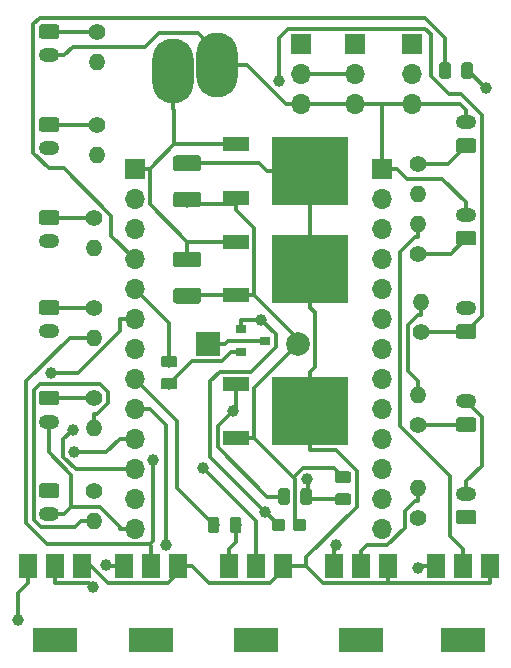
<source format=gbr>
G04 #@! TF.GenerationSoftware,KiCad,Pcbnew,5.0.0*
G04 #@! TF.CreationDate,2018-09-24T20:27:35+02:00*
G04 #@! TF.ProjectId,OpenRClight,4F70656E52436C696768742E6B696361,rev?*
G04 #@! TF.SameCoordinates,Original*
G04 #@! TF.FileFunction,Copper,L2,Bot,Signal*
G04 #@! TF.FilePolarity,Positive*
%FSLAX46Y46*%
G04 Gerber Fmt 4.6, Leading zero omitted, Abs format (unit mm)*
G04 Created by KiCad (PCBNEW 5.0.0) date Mon Sep 24 20:27:35 2018*
%MOMM*%
%LPD*%
G01*
G04 APERTURE LIST*
G04 #@! TA.AperFunction,ComponentPad*
%ADD10C,1.400000*%
G04 #@! TD*
G04 #@! TA.AperFunction,ComponentPad*
%ADD11O,1.400000X1.400000*%
G04 #@! TD*
G04 #@! TA.AperFunction,ComponentPad*
%ADD12R,2.000000X2.000000*%
G04 #@! TD*
G04 #@! TA.AperFunction,ComponentPad*
%ADD13C,2.000000*%
G04 #@! TD*
G04 #@! TA.AperFunction,Conductor*
%ADD14C,0.100000*%
G04 #@! TD*
G04 #@! TA.AperFunction,SMDPad,CuDef*
%ADD15C,1.325000*%
G04 #@! TD*
G04 #@! TA.AperFunction,ComponentPad*
%ADD16O,1.750000X1.200000*%
G04 #@! TD*
G04 #@! TA.AperFunction,ComponentPad*
%ADD17C,1.200000*%
G04 #@! TD*
G04 #@! TA.AperFunction,ComponentPad*
%ADD18R,1.700000X1.700000*%
G04 #@! TD*
G04 #@! TA.AperFunction,ComponentPad*
%ADD19O,1.700000X1.700000*%
G04 #@! TD*
G04 #@! TA.AperFunction,ComponentPad*
%ADD20O,3.500000X5.500000*%
G04 #@! TD*
G04 #@! TA.AperFunction,SMDPad,CuDef*
%ADD21R,1.500000X2.000000*%
G04 #@! TD*
G04 #@! TA.AperFunction,SMDPad,CuDef*
%ADD22R,3.800000X2.000000*%
G04 #@! TD*
G04 #@! TA.AperFunction,SMDPad,CuDef*
%ADD23R,0.900000X0.800000*%
G04 #@! TD*
G04 #@! TA.AperFunction,SMDPad,CuDef*
%ADD24C,0.975000*%
G04 #@! TD*
G04 #@! TA.AperFunction,SMDPad,CuDef*
%ADD25R,2.200000X1.200000*%
G04 #@! TD*
G04 #@! TA.AperFunction,SMDPad,CuDef*
%ADD26R,6.400000X5.800000*%
G04 #@! TD*
G04 #@! TA.AperFunction,SMDPad,CuDef*
%ADD27C,1.050000*%
G04 #@! TD*
G04 #@! TA.AperFunction,ViaPad*
%ADD28C,1.000000*%
G04 #@! TD*
G04 #@! TA.AperFunction,Conductor*
%ADD29C,0.350000*%
G04 #@! TD*
G04 APERTURE END LIST*
D10*
G04 #@! TO.P,R14,1*
G04 #@! TO.N,Net-(J9-Pad1)*
X104902000Y-124460000D03*
D11*
G04 #@! TO.P,R14,2*
G04 #@! TO.N,Net-(JP7-Pad1)*
X104902000Y-121920000D03*
G04 #@! TD*
D12*
G04 #@! TO.P,BZ1,1*
G04 #@! TO.N,Net-(BZ1-Pad1)*
X86868000Y-125476000D03*
D13*
G04 #@! TO.P,BZ1,2*
G04 #@! TO.N,GND*
X94468000Y-125476000D03*
G04 #@! TD*
D14*
G04 #@! TO.N,GND*
G04 #@! TO.C,C1*
G36*
X86039505Y-120764204D02*
X86063773Y-120767804D01*
X86087572Y-120773765D01*
X86110671Y-120782030D01*
X86132850Y-120792520D01*
X86153893Y-120805132D01*
X86173599Y-120819747D01*
X86191777Y-120836223D01*
X86208253Y-120854401D01*
X86222868Y-120874107D01*
X86235480Y-120895150D01*
X86245970Y-120917329D01*
X86254235Y-120940428D01*
X86260196Y-120964227D01*
X86263796Y-120988495D01*
X86265000Y-121012999D01*
X86265000Y-121838001D01*
X86263796Y-121862505D01*
X86260196Y-121886773D01*
X86254235Y-121910572D01*
X86245970Y-121933671D01*
X86235480Y-121955850D01*
X86222868Y-121976893D01*
X86208253Y-121996599D01*
X86191777Y-122014777D01*
X86173599Y-122031253D01*
X86153893Y-122045868D01*
X86132850Y-122058480D01*
X86110671Y-122068970D01*
X86087572Y-122077235D01*
X86063773Y-122083196D01*
X86039505Y-122086796D01*
X86015001Y-122088000D01*
X84164999Y-122088000D01*
X84140495Y-122086796D01*
X84116227Y-122083196D01*
X84092428Y-122077235D01*
X84069329Y-122068970D01*
X84047150Y-122058480D01*
X84026107Y-122045868D01*
X84006401Y-122031253D01*
X83988223Y-122014777D01*
X83971747Y-121996599D01*
X83957132Y-121976893D01*
X83944520Y-121955850D01*
X83934030Y-121933671D01*
X83925765Y-121910572D01*
X83919804Y-121886773D01*
X83916204Y-121862505D01*
X83915000Y-121838001D01*
X83915000Y-121012999D01*
X83916204Y-120988495D01*
X83919804Y-120964227D01*
X83925765Y-120940428D01*
X83934030Y-120917329D01*
X83944520Y-120895150D01*
X83957132Y-120874107D01*
X83971747Y-120854401D01*
X83988223Y-120836223D01*
X84006401Y-120819747D01*
X84026107Y-120805132D01*
X84047150Y-120792520D01*
X84069329Y-120782030D01*
X84092428Y-120773765D01*
X84116227Y-120767804D01*
X84140495Y-120764204D01*
X84164999Y-120763000D01*
X86015001Y-120763000D01*
X86039505Y-120764204D01*
X86039505Y-120764204D01*
G37*
D15*
G04 #@! TD*
G04 #@! TO.P,C1,2*
G04 #@! TO.N,GND*
X85090000Y-121425500D03*
D14*
G04 #@! TO.N,VCC*
G04 #@! TO.C,C1*
G36*
X86039505Y-117689204D02*
X86063773Y-117692804D01*
X86087572Y-117698765D01*
X86110671Y-117707030D01*
X86132850Y-117717520D01*
X86153893Y-117730132D01*
X86173599Y-117744747D01*
X86191777Y-117761223D01*
X86208253Y-117779401D01*
X86222868Y-117799107D01*
X86235480Y-117820150D01*
X86245970Y-117842329D01*
X86254235Y-117865428D01*
X86260196Y-117889227D01*
X86263796Y-117913495D01*
X86265000Y-117937999D01*
X86265000Y-118763001D01*
X86263796Y-118787505D01*
X86260196Y-118811773D01*
X86254235Y-118835572D01*
X86245970Y-118858671D01*
X86235480Y-118880850D01*
X86222868Y-118901893D01*
X86208253Y-118921599D01*
X86191777Y-118939777D01*
X86173599Y-118956253D01*
X86153893Y-118970868D01*
X86132850Y-118983480D01*
X86110671Y-118993970D01*
X86087572Y-119002235D01*
X86063773Y-119008196D01*
X86039505Y-119011796D01*
X86015001Y-119013000D01*
X84164999Y-119013000D01*
X84140495Y-119011796D01*
X84116227Y-119008196D01*
X84092428Y-119002235D01*
X84069329Y-118993970D01*
X84047150Y-118983480D01*
X84026107Y-118970868D01*
X84006401Y-118956253D01*
X83988223Y-118939777D01*
X83971747Y-118921599D01*
X83957132Y-118901893D01*
X83944520Y-118880850D01*
X83934030Y-118858671D01*
X83925765Y-118835572D01*
X83919804Y-118811773D01*
X83916204Y-118787505D01*
X83915000Y-118763001D01*
X83915000Y-117937999D01*
X83916204Y-117913495D01*
X83919804Y-117889227D01*
X83925765Y-117865428D01*
X83934030Y-117842329D01*
X83944520Y-117820150D01*
X83957132Y-117799107D01*
X83971747Y-117779401D01*
X83988223Y-117761223D01*
X84006401Y-117744747D01*
X84026107Y-117730132D01*
X84047150Y-117717520D01*
X84069329Y-117707030D01*
X84092428Y-117698765D01*
X84116227Y-117692804D01*
X84140495Y-117689204D01*
X84164999Y-117688000D01*
X86015001Y-117688000D01*
X86039505Y-117689204D01*
X86039505Y-117689204D01*
G37*
D15*
G04 #@! TD*
G04 #@! TO.P,C1,1*
G04 #@! TO.N,VCC*
X85090000Y-118350500D03*
D14*
G04 #@! TO.N,+3V3*
G04 #@! TO.C,C3*
G36*
X86039505Y-109547204D02*
X86063773Y-109550804D01*
X86087572Y-109556765D01*
X86110671Y-109565030D01*
X86132850Y-109575520D01*
X86153893Y-109588132D01*
X86173599Y-109602747D01*
X86191777Y-109619223D01*
X86208253Y-109637401D01*
X86222868Y-109657107D01*
X86235480Y-109678150D01*
X86245970Y-109700329D01*
X86254235Y-109723428D01*
X86260196Y-109747227D01*
X86263796Y-109771495D01*
X86265000Y-109795999D01*
X86265000Y-110621001D01*
X86263796Y-110645505D01*
X86260196Y-110669773D01*
X86254235Y-110693572D01*
X86245970Y-110716671D01*
X86235480Y-110738850D01*
X86222868Y-110759893D01*
X86208253Y-110779599D01*
X86191777Y-110797777D01*
X86173599Y-110814253D01*
X86153893Y-110828868D01*
X86132850Y-110841480D01*
X86110671Y-110851970D01*
X86087572Y-110860235D01*
X86063773Y-110866196D01*
X86039505Y-110869796D01*
X86015001Y-110871000D01*
X84164999Y-110871000D01*
X84140495Y-110869796D01*
X84116227Y-110866196D01*
X84092428Y-110860235D01*
X84069329Y-110851970D01*
X84047150Y-110841480D01*
X84026107Y-110828868D01*
X84006401Y-110814253D01*
X83988223Y-110797777D01*
X83971747Y-110779599D01*
X83957132Y-110759893D01*
X83944520Y-110738850D01*
X83934030Y-110716671D01*
X83925765Y-110693572D01*
X83919804Y-110669773D01*
X83916204Y-110645505D01*
X83915000Y-110621001D01*
X83915000Y-109795999D01*
X83916204Y-109771495D01*
X83919804Y-109747227D01*
X83925765Y-109723428D01*
X83934030Y-109700329D01*
X83944520Y-109678150D01*
X83957132Y-109657107D01*
X83971747Y-109637401D01*
X83988223Y-109619223D01*
X84006401Y-109602747D01*
X84026107Y-109588132D01*
X84047150Y-109575520D01*
X84069329Y-109565030D01*
X84092428Y-109556765D01*
X84116227Y-109550804D01*
X84140495Y-109547204D01*
X84164999Y-109546000D01*
X86015001Y-109546000D01*
X86039505Y-109547204D01*
X86039505Y-109547204D01*
G37*
D15*
G04 #@! TD*
G04 #@! TO.P,C3,1*
G04 #@! TO.N,+3V3*
X85090000Y-110208500D03*
D14*
G04 #@! TO.N,GND*
G04 #@! TO.C,C3*
G36*
X86039505Y-112622204D02*
X86063773Y-112625804D01*
X86087572Y-112631765D01*
X86110671Y-112640030D01*
X86132850Y-112650520D01*
X86153893Y-112663132D01*
X86173599Y-112677747D01*
X86191777Y-112694223D01*
X86208253Y-112712401D01*
X86222868Y-112732107D01*
X86235480Y-112753150D01*
X86245970Y-112775329D01*
X86254235Y-112798428D01*
X86260196Y-112822227D01*
X86263796Y-112846495D01*
X86265000Y-112870999D01*
X86265000Y-113696001D01*
X86263796Y-113720505D01*
X86260196Y-113744773D01*
X86254235Y-113768572D01*
X86245970Y-113791671D01*
X86235480Y-113813850D01*
X86222868Y-113834893D01*
X86208253Y-113854599D01*
X86191777Y-113872777D01*
X86173599Y-113889253D01*
X86153893Y-113903868D01*
X86132850Y-113916480D01*
X86110671Y-113926970D01*
X86087572Y-113935235D01*
X86063773Y-113941196D01*
X86039505Y-113944796D01*
X86015001Y-113946000D01*
X84164999Y-113946000D01*
X84140495Y-113944796D01*
X84116227Y-113941196D01*
X84092428Y-113935235D01*
X84069329Y-113926970D01*
X84047150Y-113916480D01*
X84026107Y-113903868D01*
X84006401Y-113889253D01*
X83988223Y-113872777D01*
X83971747Y-113854599D01*
X83957132Y-113834893D01*
X83944520Y-113813850D01*
X83934030Y-113791671D01*
X83925765Y-113768572D01*
X83919804Y-113744773D01*
X83916204Y-113720505D01*
X83915000Y-113696001D01*
X83915000Y-112870999D01*
X83916204Y-112846495D01*
X83919804Y-112822227D01*
X83925765Y-112798428D01*
X83934030Y-112775329D01*
X83944520Y-112753150D01*
X83957132Y-112732107D01*
X83971747Y-112712401D01*
X83988223Y-112694223D01*
X84006401Y-112677747D01*
X84026107Y-112663132D01*
X84047150Y-112650520D01*
X84069329Y-112640030D01*
X84092428Y-112631765D01*
X84116227Y-112625804D01*
X84140495Y-112622204D01*
X84164999Y-112621000D01*
X86015001Y-112621000D01*
X86039505Y-112622204D01*
X86039505Y-112622204D01*
G37*
D15*
G04 #@! TD*
G04 #@! TO.P,C3,2*
G04 #@! TO.N,GND*
X85090000Y-113283500D03*
D16*
G04 #@! TO.P,J1,2*
G04 #@! TO.N,GND*
X73406000Y-139922000D03*
D14*
G04 #@! TD*
G04 #@! TO.N,Net-(J1-Pad1)*
G04 #@! TO.C,J1*
G36*
X74055505Y-137323204D02*
X74079773Y-137326804D01*
X74103572Y-137332765D01*
X74126671Y-137341030D01*
X74148850Y-137351520D01*
X74169893Y-137364132D01*
X74189599Y-137378747D01*
X74207777Y-137395223D01*
X74224253Y-137413401D01*
X74238868Y-137433107D01*
X74251480Y-137454150D01*
X74261970Y-137476329D01*
X74270235Y-137499428D01*
X74276196Y-137523227D01*
X74279796Y-137547495D01*
X74281000Y-137571999D01*
X74281000Y-138272001D01*
X74279796Y-138296505D01*
X74276196Y-138320773D01*
X74270235Y-138344572D01*
X74261970Y-138367671D01*
X74251480Y-138389850D01*
X74238868Y-138410893D01*
X74224253Y-138430599D01*
X74207777Y-138448777D01*
X74189599Y-138465253D01*
X74169893Y-138479868D01*
X74148850Y-138492480D01*
X74126671Y-138502970D01*
X74103572Y-138511235D01*
X74079773Y-138517196D01*
X74055505Y-138520796D01*
X74031001Y-138522000D01*
X72780999Y-138522000D01*
X72756495Y-138520796D01*
X72732227Y-138517196D01*
X72708428Y-138511235D01*
X72685329Y-138502970D01*
X72663150Y-138492480D01*
X72642107Y-138479868D01*
X72622401Y-138465253D01*
X72604223Y-138448777D01*
X72587747Y-138430599D01*
X72573132Y-138410893D01*
X72560520Y-138389850D01*
X72550030Y-138367671D01*
X72541765Y-138344572D01*
X72535804Y-138320773D01*
X72532204Y-138296505D01*
X72531000Y-138272001D01*
X72531000Y-137571999D01*
X72532204Y-137547495D01*
X72535804Y-137523227D01*
X72541765Y-137499428D01*
X72550030Y-137476329D01*
X72560520Y-137454150D01*
X72573132Y-137433107D01*
X72587747Y-137413401D01*
X72604223Y-137395223D01*
X72622401Y-137378747D01*
X72642107Y-137364132D01*
X72663150Y-137351520D01*
X72685329Y-137341030D01*
X72708428Y-137332765D01*
X72732227Y-137326804D01*
X72756495Y-137323204D01*
X72780999Y-137322000D01*
X74031001Y-137322000D01*
X74055505Y-137323204D01*
X74055505Y-137323204D01*
G37*
D17*
G04 #@! TO.P,J1,1*
G04 #@! TO.N,Net-(J1-Pad1)*
X73406000Y-137922000D03*
G04 #@! TD*
D14*
G04 #@! TO.N,Net-(J2-Pad1)*
G04 #@! TO.C,J2*
G36*
X74055505Y-129481204D02*
X74079773Y-129484804D01*
X74103572Y-129490765D01*
X74126671Y-129499030D01*
X74148850Y-129509520D01*
X74169893Y-129522132D01*
X74189599Y-129536747D01*
X74207777Y-129553223D01*
X74224253Y-129571401D01*
X74238868Y-129591107D01*
X74251480Y-129612150D01*
X74261970Y-129634329D01*
X74270235Y-129657428D01*
X74276196Y-129681227D01*
X74279796Y-129705495D01*
X74281000Y-129729999D01*
X74281000Y-130430001D01*
X74279796Y-130454505D01*
X74276196Y-130478773D01*
X74270235Y-130502572D01*
X74261970Y-130525671D01*
X74251480Y-130547850D01*
X74238868Y-130568893D01*
X74224253Y-130588599D01*
X74207777Y-130606777D01*
X74189599Y-130623253D01*
X74169893Y-130637868D01*
X74148850Y-130650480D01*
X74126671Y-130660970D01*
X74103572Y-130669235D01*
X74079773Y-130675196D01*
X74055505Y-130678796D01*
X74031001Y-130680000D01*
X72780999Y-130680000D01*
X72756495Y-130678796D01*
X72732227Y-130675196D01*
X72708428Y-130669235D01*
X72685329Y-130660970D01*
X72663150Y-130650480D01*
X72642107Y-130637868D01*
X72622401Y-130623253D01*
X72604223Y-130606777D01*
X72587747Y-130588599D01*
X72573132Y-130568893D01*
X72560520Y-130547850D01*
X72550030Y-130525671D01*
X72541765Y-130502572D01*
X72535804Y-130478773D01*
X72532204Y-130454505D01*
X72531000Y-130430001D01*
X72531000Y-129729999D01*
X72532204Y-129705495D01*
X72535804Y-129681227D01*
X72541765Y-129657428D01*
X72550030Y-129634329D01*
X72560520Y-129612150D01*
X72573132Y-129591107D01*
X72587747Y-129571401D01*
X72604223Y-129553223D01*
X72622401Y-129536747D01*
X72642107Y-129522132D01*
X72663150Y-129509520D01*
X72685329Y-129499030D01*
X72708428Y-129490765D01*
X72732227Y-129484804D01*
X72756495Y-129481204D01*
X72780999Y-129480000D01*
X74031001Y-129480000D01*
X74055505Y-129481204D01*
X74055505Y-129481204D01*
G37*
D17*
G04 #@! TD*
G04 #@! TO.P,J2,1*
G04 #@! TO.N,Net-(J2-Pad1)*
X73406000Y-130080000D03*
D16*
G04 #@! TO.P,J2,2*
G04 #@! TO.N,GND*
X73406000Y-132080000D03*
G04 #@! TD*
D14*
G04 #@! TO.N,Net-(J3-Pad1)*
G04 #@! TO.C,J3*
G36*
X74055505Y-121829204D02*
X74079773Y-121832804D01*
X74103572Y-121838765D01*
X74126671Y-121847030D01*
X74148850Y-121857520D01*
X74169893Y-121870132D01*
X74189599Y-121884747D01*
X74207777Y-121901223D01*
X74224253Y-121919401D01*
X74238868Y-121939107D01*
X74251480Y-121960150D01*
X74261970Y-121982329D01*
X74270235Y-122005428D01*
X74276196Y-122029227D01*
X74279796Y-122053495D01*
X74281000Y-122077999D01*
X74281000Y-122778001D01*
X74279796Y-122802505D01*
X74276196Y-122826773D01*
X74270235Y-122850572D01*
X74261970Y-122873671D01*
X74251480Y-122895850D01*
X74238868Y-122916893D01*
X74224253Y-122936599D01*
X74207777Y-122954777D01*
X74189599Y-122971253D01*
X74169893Y-122985868D01*
X74148850Y-122998480D01*
X74126671Y-123008970D01*
X74103572Y-123017235D01*
X74079773Y-123023196D01*
X74055505Y-123026796D01*
X74031001Y-123028000D01*
X72780999Y-123028000D01*
X72756495Y-123026796D01*
X72732227Y-123023196D01*
X72708428Y-123017235D01*
X72685329Y-123008970D01*
X72663150Y-122998480D01*
X72642107Y-122985868D01*
X72622401Y-122971253D01*
X72604223Y-122954777D01*
X72587747Y-122936599D01*
X72573132Y-122916893D01*
X72560520Y-122895850D01*
X72550030Y-122873671D01*
X72541765Y-122850572D01*
X72535804Y-122826773D01*
X72532204Y-122802505D01*
X72531000Y-122778001D01*
X72531000Y-122077999D01*
X72532204Y-122053495D01*
X72535804Y-122029227D01*
X72541765Y-122005428D01*
X72550030Y-121982329D01*
X72560520Y-121960150D01*
X72573132Y-121939107D01*
X72587747Y-121919401D01*
X72604223Y-121901223D01*
X72622401Y-121884747D01*
X72642107Y-121870132D01*
X72663150Y-121857520D01*
X72685329Y-121847030D01*
X72708428Y-121838765D01*
X72732227Y-121832804D01*
X72756495Y-121829204D01*
X72780999Y-121828000D01*
X74031001Y-121828000D01*
X74055505Y-121829204D01*
X74055505Y-121829204D01*
G37*
D17*
G04 #@! TD*
G04 #@! TO.P,J3,1*
G04 #@! TO.N,Net-(J3-Pad1)*
X73406000Y-122428000D03*
D16*
G04 #@! TO.P,J3,2*
G04 #@! TO.N,GND*
X73406000Y-124428000D03*
G04 #@! TD*
G04 #@! TO.P,J4,2*
G04 #@! TO.N,GND*
X73406000Y-116808000D03*
D14*
G04 #@! TD*
G04 #@! TO.N,Net-(J4-Pad1)*
G04 #@! TO.C,J4*
G36*
X74055505Y-114209204D02*
X74079773Y-114212804D01*
X74103572Y-114218765D01*
X74126671Y-114227030D01*
X74148850Y-114237520D01*
X74169893Y-114250132D01*
X74189599Y-114264747D01*
X74207777Y-114281223D01*
X74224253Y-114299401D01*
X74238868Y-114319107D01*
X74251480Y-114340150D01*
X74261970Y-114362329D01*
X74270235Y-114385428D01*
X74276196Y-114409227D01*
X74279796Y-114433495D01*
X74281000Y-114457999D01*
X74281000Y-115158001D01*
X74279796Y-115182505D01*
X74276196Y-115206773D01*
X74270235Y-115230572D01*
X74261970Y-115253671D01*
X74251480Y-115275850D01*
X74238868Y-115296893D01*
X74224253Y-115316599D01*
X74207777Y-115334777D01*
X74189599Y-115351253D01*
X74169893Y-115365868D01*
X74148850Y-115378480D01*
X74126671Y-115388970D01*
X74103572Y-115397235D01*
X74079773Y-115403196D01*
X74055505Y-115406796D01*
X74031001Y-115408000D01*
X72780999Y-115408000D01*
X72756495Y-115406796D01*
X72732227Y-115403196D01*
X72708428Y-115397235D01*
X72685329Y-115388970D01*
X72663150Y-115378480D01*
X72642107Y-115365868D01*
X72622401Y-115351253D01*
X72604223Y-115334777D01*
X72587747Y-115316599D01*
X72573132Y-115296893D01*
X72560520Y-115275850D01*
X72550030Y-115253671D01*
X72541765Y-115230572D01*
X72535804Y-115206773D01*
X72532204Y-115182505D01*
X72531000Y-115158001D01*
X72531000Y-114457999D01*
X72532204Y-114433495D01*
X72535804Y-114409227D01*
X72541765Y-114385428D01*
X72550030Y-114362329D01*
X72560520Y-114340150D01*
X72573132Y-114319107D01*
X72587747Y-114299401D01*
X72604223Y-114281223D01*
X72622401Y-114264747D01*
X72642107Y-114250132D01*
X72663150Y-114237520D01*
X72685329Y-114227030D01*
X72708428Y-114218765D01*
X72732227Y-114212804D01*
X72756495Y-114209204D01*
X72780999Y-114208000D01*
X74031001Y-114208000D01*
X74055505Y-114209204D01*
X74055505Y-114209204D01*
G37*
D17*
G04 #@! TO.P,J4,1*
G04 #@! TO.N,Net-(J4-Pad1)*
X73406000Y-114808000D03*
G04 #@! TD*
D14*
G04 #@! TO.N,Net-(J5-Pad1)*
G04 #@! TO.C,J5*
G36*
X74055505Y-106335204D02*
X74079773Y-106338804D01*
X74103572Y-106344765D01*
X74126671Y-106353030D01*
X74148850Y-106363520D01*
X74169893Y-106376132D01*
X74189599Y-106390747D01*
X74207777Y-106407223D01*
X74224253Y-106425401D01*
X74238868Y-106445107D01*
X74251480Y-106466150D01*
X74261970Y-106488329D01*
X74270235Y-106511428D01*
X74276196Y-106535227D01*
X74279796Y-106559495D01*
X74281000Y-106583999D01*
X74281000Y-107284001D01*
X74279796Y-107308505D01*
X74276196Y-107332773D01*
X74270235Y-107356572D01*
X74261970Y-107379671D01*
X74251480Y-107401850D01*
X74238868Y-107422893D01*
X74224253Y-107442599D01*
X74207777Y-107460777D01*
X74189599Y-107477253D01*
X74169893Y-107491868D01*
X74148850Y-107504480D01*
X74126671Y-107514970D01*
X74103572Y-107523235D01*
X74079773Y-107529196D01*
X74055505Y-107532796D01*
X74031001Y-107534000D01*
X72780999Y-107534000D01*
X72756495Y-107532796D01*
X72732227Y-107529196D01*
X72708428Y-107523235D01*
X72685329Y-107514970D01*
X72663150Y-107504480D01*
X72642107Y-107491868D01*
X72622401Y-107477253D01*
X72604223Y-107460777D01*
X72587747Y-107442599D01*
X72573132Y-107422893D01*
X72560520Y-107401850D01*
X72550030Y-107379671D01*
X72541765Y-107356572D01*
X72535804Y-107332773D01*
X72532204Y-107308505D01*
X72531000Y-107284001D01*
X72531000Y-106583999D01*
X72532204Y-106559495D01*
X72535804Y-106535227D01*
X72541765Y-106511428D01*
X72550030Y-106488329D01*
X72560520Y-106466150D01*
X72573132Y-106445107D01*
X72587747Y-106425401D01*
X72604223Y-106407223D01*
X72622401Y-106390747D01*
X72642107Y-106376132D01*
X72663150Y-106363520D01*
X72685329Y-106353030D01*
X72708428Y-106344765D01*
X72732227Y-106338804D01*
X72756495Y-106335204D01*
X72780999Y-106334000D01*
X74031001Y-106334000D01*
X74055505Y-106335204D01*
X74055505Y-106335204D01*
G37*
D17*
G04 #@! TD*
G04 #@! TO.P,J5,1*
G04 #@! TO.N,Net-(J5-Pad1)*
X73406000Y-106934000D03*
D16*
G04 #@! TO.P,J5,2*
G04 #@! TO.N,GND*
X73406000Y-108934000D03*
G04 #@! TD*
G04 #@! TO.P,J6,2*
G04 #@! TO.N,GND*
X73406000Y-101060000D03*
D14*
G04 #@! TD*
G04 #@! TO.N,Net-(J6-Pad1)*
G04 #@! TO.C,J6*
G36*
X74055505Y-98461204D02*
X74079773Y-98464804D01*
X74103572Y-98470765D01*
X74126671Y-98479030D01*
X74148850Y-98489520D01*
X74169893Y-98502132D01*
X74189599Y-98516747D01*
X74207777Y-98533223D01*
X74224253Y-98551401D01*
X74238868Y-98571107D01*
X74251480Y-98592150D01*
X74261970Y-98614329D01*
X74270235Y-98637428D01*
X74276196Y-98661227D01*
X74279796Y-98685495D01*
X74281000Y-98709999D01*
X74281000Y-99410001D01*
X74279796Y-99434505D01*
X74276196Y-99458773D01*
X74270235Y-99482572D01*
X74261970Y-99505671D01*
X74251480Y-99527850D01*
X74238868Y-99548893D01*
X74224253Y-99568599D01*
X74207777Y-99586777D01*
X74189599Y-99603253D01*
X74169893Y-99617868D01*
X74148850Y-99630480D01*
X74126671Y-99640970D01*
X74103572Y-99649235D01*
X74079773Y-99655196D01*
X74055505Y-99658796D01*
X74031001Y-99660000D01*
X72780999Y-99660000D01*
X72756495Y-99658796D01*
X72732227Y-99655196D01*
X72708428Y-99649235D01*
X72685329Y-99640970D01*
X72663150Y-99630480D01*
X72642107Y-99617868D01*
X72622401Y-99603253D01*
X72604223Y-99586777D01*
X72587747Y-99568599D01*
X72573132Y-99548893D01*
X72560520Y-99527850D01*
X72550030Y-99505671D01*
X72541765Y-99482572D01*
X72535804Y-99458773D01*
X72532204Y-99434505D01*
X72531000Y-99410001D01*
X72531000Y-98709999D01*
X72532204Y-98685495D01*
X72535804Y-98661227D01*
X72541765Y-98637428D01*
X72550030Y-98614329D01*
X72560520Y-98592150D01*
X72573132Y-98571107D01*
X72587747Y-98551401D01*
X72604223Y-98533223D01*
X72622401Y-98516747D01*
X72642107Y-98502132D01*
X72663150Y-98489520D01*
X72685329Y-98479030D01*
X72708428Y-98470765D01*
X72732227Y-98464804D01*
X72756495Y-98461204D01*
X72780999Y-98460000D01*
X74031001Y-98460000D01*
X74055505Y-98461204D01*
X74055505Y-98461204D01*
G37*
D17*
G04 #@! TO.P,J6,1*
G04 #@! TO.N,Net-(J6-Pad1)*
X73406000Y-99060000D03*
G04 #@! TD*
D14*
G04 #@! TO.N,Net-(J7-Pad1)*
G04 #@! TO.C,J7*
G36*
X109361505Y-139577204D02*
X109385773Y-139580804D01*
X109409572Y-139586765D01*
X109432671Y-139595030D01*
X109454850Y-139605520D01*
X109475893Y-139618132D01*
X109495599Y-139632747D01*
X109513777Y-139649223D01*
X109530253Y-139667401D01*
X109544868Y-139687107D01*
X109557480Y-139708150D01*
X109567970Y-139730329D01*
X109576235Y-139753428D01*
X109582196Y-139777227D01*
X109585796Y-139801495D01*
X109587000Y-139825999D01*
X109587000Y-140526001D01*
X109585796Y-140550505D01*
X109582196Y-140574773D01*
X109576235Y-140598572D01*
X109567970Y-140621671D01*
X109557480Y-140643850D01*
X109544868Y-140664893D01*
X109530253Y-140684599D01*
X109513777Y-140702777D01*
X109495599Y-140719253D01*
X109475893Y-140733868D01*
X109454850Y-140746480D01*
X109432671Y-140756970D01*
X109409572Y-140765235D01*
X109385773Y-140771196D01*
X109361505Y-140774796D01*
X109337001Y-140776000D01*
X108086999Y-140776000D01*
X108062495Y-140774796D01*
X108038227Y-140771196D01*
X108014428Y-140765235D01*
X107991329Y-140756970D01*
X107969150Y-140746480D01*
X107948107Y-140733868D01*
X107928401Y-140719253D01*
X107910223Y-140702777D01*
X107893747Y-140684599D01*
X107879132Y-140664893D01*
X107866520Y-140643850D01*
X107856030Y-140621671D01*
X107847765Y-140598572D01*
X107841804Y-140574773D01*
X107838204Y-140550505D01*
X107837000Y-140526001D01*
X107837000Y-139825999D01*
X107838204Y-139801495D01*
X107841804Y-139777227D01*
X107847765Y-139753428D01*
X107856030Y-139730329D01*
X107866520Y-139708150D01*
X107879132Y-139687107D01*
X107893747Y-139667401D01*
X107910223Y-139649223D01*
X107928401Y-139632747D01*
X107948107Y-139618132D01*
X107969150Y-139605520D01*
X107991329Y-139595030D01*
X108014428Y-139586765D01*
X108038227Y-139580804D01*
X108062495Y-139577204D01*
X108086999Y-139576000D01*
X109337001Y-139576000D01*
X109361505Y-139577204D01*
X109361505Y-139577204D01*
G37*
D17*
G04 #@! TD*
G04 #@! TO.P,J7,1*
G04 #@! TO.N,Net-(J7-Pad1)*
X108712000Y-140176000D03*
D16*
G04 #@! TO.P,J7,2*
G04 #@! TO.N,GND*
X108712000Y-138176000D03*
G04 #@! TD*
G04 #@! TO.P,J8,2*
G04 #@! TO.N,GND*
X108712000Y-130334000D03*
D14*
G04 #@! TD*
G04 #@! TO.N,Net-(J8-Pad1)*
G04 #@! TO.C,J8*
G36*
X109361505Y-131735204D02*
X109385773Y-131738804D01*
X109409572Y-131744765D01*
X109432671Y-131753030D01*
X109454850Y-131763520D01*
X109475893Y-131776132D01*
X109495599Y-131790747D01*
X109513777Y-131807223D01*
X109530253Y-131825401D01*
X109544868Y-131845107D01*
X109557480Y-131866150D01*
X109567970Y-131888329D01*
X109576235Y-131911428D01*
X109582196Y-131935227D01*
X109585796Y-131959495D01*
X109587000Y-131983999D01*
X109587000Y-132684001D01*
X109585796Y-132708505D01*
X109582196Y-132732773D01*
X109576235Y-132756572D01*
X109567970Y-132779671D01*
X109557480Y-132801850D01*
X109544868Y-132822893D01*
X109530253Y-132842599D01*
X109513777Y-132860777D01*
X109495599Y-132877253D01*
X109475893Y-132891868D01*
X109454850Y-132904480D01*
X109432671Y-132914970D01*
X109409572Y-132923235D01*
X109385773Y-132929196D01*
X109361505Y-132932796D01*
X109337001Y-132934000D01*
X108086999Y-132934000D01*
X108062495Y-132932796D01*
X108038227Y-132929196D01*
X108014428Y-132923235D01*
X107991329Y-132914970D01*
X107969150Y-132904480D01*
X107948107Y-132891868D01*
X107928401Y-132877253D01*
X107910223Y-132860777D01*
X107893747Y-132842599D01*
X107879132Y-132822893D01*
X107866520Y-132801850D01*
X107856030Y-132779671D01*
X107847765Y-132756572D01*
X107841804Y-132732773D01*
X107838204Y-132708505D01*
X107837000Y-132684001D01*
X107837000Y-131983999D01*
X107838204Y-131959495D01*
X107841804Y-131935227D01*
X107847765Y-131911428D01*
X107856030Y-131888329D01*
X107866520Y-131866150D01*
X107879132Y-131845107D01*
X107893747Y-131825401D01*
X107910223Y-131807223D01*
X107928401Y-131790747D01*
X107948107Y-131776132D01*
X107969150Y-131763520D01*
X107991329Y-131753030D01*
X108014428Y-131744765D01*
X108038227Y-131738804D01*
X108062495Y-131735204D01*
X108086999Y-131734000D01*
X109337001Y-131734000D01*
X109361505Y-131735204D01*
X109361505Y-131735204D01*
G37*
D17*
G04 #@! TO.P,J8,1*
G04 #@! TO.N,Net-(J8-Pad1)*
X108712000Y-132334000D03*
G04 #@! TD*
D14*
G04 #@! TO.N,Net-(J9-Pad1)*
G04 #@! TO.C,J9*
G36*
X109361505Y-123861204D02*
X109385773Y-123864804D01*
X109409572Y-123870765D01*
X109432671Y-123879030D01*
X109454850Y-123889520D01*
X109475893Y-123902132D01*
X109495599Y-123916747D01*
X109513777Y-123933223D01*
X109530253Y-123951401D01*
X109544868Y-123971107D01*
X109557480Y-123992150D01*
X109567970Y-124014329D01*
X109576235Y-124037428D01*
X109582196Y-124061227D01*
X109585796Y-124085495D01*
X109587000Y-124109999D01*
X109587000Y-124810001D01*
X109585796Y-124834505D01*
X109582196Y-124858773D01*
X109576235Y-124882572D01*
X109567970Y-124905671D01*
X109557480Y-124927850D01*
X109544868Y-124948893D01*
X109530253Y-124968599D01*
X109513777Y-124986777D01*
X109495599Y-125003253D01*
X109475893Y-125017868D01*
X109454850Y-125030480D01*
X109432671Y-125040970D01*
X109409572Y-125049235D01*
X109385773Y-125055196D01*
X109361505Y-125058796D01*
X109337001Y-125060000D01*
X108086999Y-125060000D01*
X108062495Y-125058796D01*
X108038227Y-125055196D01*
X108014428Y-125049235D01*
X107991329Y-125040970D01*
X107969150Y-125030480D01*
X107948107Y-125017868D01*
X107928401Y-125003253D01*
X107910223Y-124986777D01*
X107893747Y-124968599D01*
X107879132Y-124948893D01*
X107866520Y-124927850D01*
X107856030Y-124905671D01*
X107847765Y-124882572D01*
X107841804Y-124858773D01*
X107838204Y-124834505D01*
X107837000Y-124810001D01*
X107837000Y-124109999D01*
X107838204Y-124085495D01*
X107841804Y-124061227D01*
X107847765Y-124037428D01*
X107856030Y-124014329D01*
X107866520Y-123992150D01*
X107879132Y-123971107D01*
X107893747Y-123951401D01*
X107910223Y-123933223D01*
X107928401Y-123916747D01*
X107948107Y-123902132D01*
X107969150Y-123889520D01*
X107991329Y-123879030D01*
X108014428Y-123870765D01*
X108038227Y-123864804D01*
X108062495Y-123861204D01*
X108086999Y-123860000D01*
X109337001Y-123860000D01*
X109361505Y-123861204D01*
X109361505Y-123861204D01*
G37*
D17*
G04 #@! TD*
G04 #@! TO.P,J9,1*
G04 #@! TO.N,Net-(J9-Pad1)*
X108712000Y-124460000D03*
D16*
G04 #@! TO.P,J9,2*
G04 #@! TO.N,GND*
X108712000Y-122460000D03*
G04 #@! TD*
G04 #@! TO.P,J10,2*
G04 #@! TO.N,GND*
X108712000Y-114554000D03*
D14*
G04 #@! TD*
G04 #@! TO.N,Net-(J10-Pad1)*
G04 #@! TO.C,J10*
G36*
X109361505Y-115955204D02*
X109385773Y-115958804D01*
X109409572Y-115964765D01*
X109432671Y-115973030D01*
X109454850Y-115983520D01*
X109475893Y-115996132D01*
X109495599Y-116010747D01*
X109513777Y-116027223D01*
X109530253Y-116045401D01*
X109544868Y-116065107D01*
X109557480Y-116086150D01*
X109567970Y-116108329D01*
X109576235Y-116131428D01*
X109582196Y-116155227D01*
X109585796Y-116179495D01*
X109587000Y-116203999D01*
X109587000Y-116904001D01*
X109585796Y-116928505D01*
X109582196Y-116952773D01*
X109576235Y-116976572D01*
X109567970Y-116999671D01*
X109557480Y-117021850D01*
X109544868Y-117042893D01*
X109530253Y-117062599D01*
X109513777Y-117080777D01*
X109495599Y-117097253D01*
X109475893Y-117111868D01*
X109454850Y-117124480D01*
X109432671Y-117134970D01*
X109409572Y-117143235D01*
X109385773Y-117149196D01*
X109361505Y-117152796D01*
X109337001Y-117154000D01*
X108086999Y-117154000D01*
X108062495Y-117152796D01*
X108038227Y-117149196D01*
X108014428Y-117143235D01*
X107991329Y-117134970D01*
X107969150Y-117124480D01*
X107948107Y-117111868D01*
X107928401Y-117097253D01*
X107910223Y-117080777D01*
X107893747Y-117062599D01*
X107879132Y-117042893D01*
X107866520Y-117021850D01*
X107856030Y-116999671D01*
X107847765Y-116976572D01*
X107841804Y-116952773D01*
X107838204Y-116928505D01*
X107837000Y-116904001D01*
X107837000Y-116203999D01*
X107838204Y-116179495D01*
X107841804Y-116155227D01*
X107847765Y-116131428D01*
X107856030Y-116108329D01*
X107866520Y-116086150D01*
X107879132Y-116065107D01*
X107893747Y-116045401D01*
X107910223Y-116027223D01*
X107928401Y-116010747D01*
X107948107Y-115996132D01*
X107969150Y-115983520D01*
X107991329Y-115973030D01*
X108014428Y-115964765D01*
X108038227Y-115958804D01*
X108062495Y-115955204D01*
X108086999Y-115954000D01*
X109337001Y-115954000D01*
X109361505Y-115955204D01*
X109361505Y-115955204D01*
G37*
D17*
G04 #@! TO.P,J10,1*
G04 #@! TO.N,Net-(J10-Pad1)*
X108712000Y-116554000D03*
G04 #@! TD*
D14*
G04 #@! TO.N,Net-(J11-Pad1)*
G04 #@! TO.C,J11*
G36*
X109361505Y-108113204D02*
X109385773Y-108116804D01*
X109409572Y-108122765D01*
X109432671Y-108131030D01*
X109454850Y-108141520D01*
X109475893Y-108154132D01*
X109495599Y-108168747D01*
X109513777Y-108185223D01*
X109530253Y-108203401D01*
X109544868Y-108223107D01*
X109557480Y-108244150D01*
X109567970Y-108266329D01*
X109576235Y-108289428D01*
X109582196Y-108313227D01*
X109585796Y-108337495D01*
X109587000Y-108361999D01*
X109587000Y-109062001D01*
X109585796Y-109086505D01*
X109582196Y-109110773D01*
X109576235Y-109134572D01*
X109567970Y-109157671D01*
X109557480Y-109179850D01*
X109544868Y-109200893D01*
X109530253Y-109220599D01*
X109513777Y-109238777D01*
X109495599Y-109255253D01*
X109475893Y-109269868D01*
X109454850Y-109282480D01*
X109432671Y-109292970D01*
X109409572Y-109301235D01*
X109385773Y-109307196D01*
X109361505Y-109310796D01*
X109337001Y-109312000D01*
X108086999Y-109312000D01*
X108062495Y-109310796D01*
X108038227Y-109307196D01*
X108014428Y-109301235D01*
X107991329Y-109292970D01*
X107969150Y-109282480D01*
X107948107Y-109269868D01*
X107928401Y-109255253D01*
X107910223Y-109238777D01*
X107893747Y-109220599D01*
X107879132Y-109200893D01*
X107866520Y-109179850D01*
X107856030Y-109157671D01*
X107847765Y-109134572D01*
X107841804Y-109110773D01*
X107838204Y-109086505D01*
X107837000Y-109062001D01*
X107837000Y-108361999D01*
X107838204Y-108337495D01*
X107841804Y-108313227D01*
X107847765Y-108289428D01*
X107856030Y-108266329D01*
X107866520Y-108244150D01*
X107879132Y-108223107D01*
X107893747Y-108203401D01*
X107910223Y-108185223D01*
X107928401Y-108168747D01*
X107948107Y-108154132D01*
X107969150Y-108141520D01*
X107991329Y-108131030D01*
X108014428Y-108122765D01*
X108038227Y-108116804D01*
X108062495Y-108113204D01*
X108086999Y-108112000D01*
X109337001Y-108112000D01*
X109361505Y-108113204D01*
X109361505Y-108113204D01*
G37*
D17*
G04 #@! TD*
G04 #@! TO.P,J11,1*
G04 #@! TO.N,Net-(J11-Pad1)*
X108712000Y-108712000D03*
D16*
G04 #@! TO.P,J11,2*
G04 #@! TO.N,GND*
X108712000Y-106712000D03*
G04 #@! TD*
D18*
G04 #@! TO.P,J12,1*
G04 #@! TO.N,RcInput01*
X94742000Y-100076000D03*
D19*
G04 #@! TO.P,J12,2*
G04 #@! TO.N,Net-(J12-Pad2)*
X94742000Y-102616000D03*
G04 #@! TO.P,J12,3*
G04 #@! TO.N,GND*
X94742000Y-105156000D03*
G04 #@! TD*
D18*
G04 #@! TO.P,J13,1*
G04 #@! TO.N,RcInput02*
X99314000Y-100076000D03*
D19*
G04 #@! TO.P,J13,2*
G04 #@! TO.N,Net-(J12-Pad2)*
X99314000Y-102616000D03*
G04 #@! TO.P,J13,3*
G04 #@! TO.N,GND*
X99314000Y-105156000D03*
G04 #@! TD*
G04 #@! TO.P,J14,3*
G04 #@! TO.N,GND*
X104140000Y-105156000D03*
G04 #@! TO.P,J14,2*
G04 #@! TO.N,+5V*
X104140000Y-102616000D03*
D18*
G04 #@! TO.P,J14,1*
G04 #@! TO.N,WS2812B*
X104140000Y-100076000D03*
G04 #@! TD*
D20*
G04 #@! TO.P,J15,2*
G04 #@! TO.N,GND*
X87630000Y-101854000D03*
G04 #@! TO.P,J15,1*
G04 #@! TO.N,VCC*
X83880000Y-102404000D03*
G04 #@! TD*
D21*
G04 #@! TO.P,Q1,1*
G04 #@! TO.N,Net-(Q1-Pad1)*
X71614000Y-144297000D03*
G04 #@! TO.P,Q1,3*
G04 #@! TO.N,+3V3*
X76214000Y-144297000D03*
G04 #@! TO.P,Q1,2*
G04 #@! TO.N,Net-(JP1-Pad1)*
X73914000Y-144297000D03*
D22*
G04 #@! TO.P,Q1,4*
G04 #@! TO.N,N/C*
X73914000Y-150597000D03*
G04 #@! TD*
D21*
G04 #@! TO.P,Q2,1*
G04 #@! TO.N,Net-(Q2-Pad1)*
X79742000Y-144297000D03*
G04 #@! TO.P,Q2,3*
G04 #@! TO.N,+3V3*
X84342000Y-144297000D03*
G04 #@! TO.P,Q2,2*
G04 #@! TO.N,Net-(JP3-Pad1)*
X82042000Y-144297000D03*
D22*
G04 #@! TO.P,Q2,4*
G04 #@! TO.N,N/C*
X82042000Y-150597000D03*
G04 #@! TD*
G04 #@! TO.P,Q3,4*
G04 #@! TO.N,N/C*
X90932000Y-150597000D03*
D21*
G04 #@! TO.P,Q3,2*
G04 #@! TO.N,Net-(JP5-Pad1)*
X90932000Y-144297000D03*
G04 #@! TO.P,Q3,3*
G04 #@! TO.N,+3V3*
X93232000Y-144297000D03*
G04 #@! TO.P,Q3,1*
G04 #@! TO.N,Net-(Q3-Pad1)*
X88632000Y-144297000D03*
G04 #@! TD*
D22*
G04 #@! TO.P,Q4,4*
G04 #@! TO.N,N/C*
X99822000Y-150597000D03*
D21*
G04 #@! TO.P,Q4,2*
G04 #@! TO.N,Net-(JP7-Pad1)*
X99822000Y-144297000D03*
G04 #@! TO.P,Q4,3*
G04 #@! TO.N,+3V3*
X102122000Y-144297000D03*
G04 #@! TO.P,Q4,1*
G04 #@! TO.N,Net-(Q4-Pad1)*
X97522000Y-144297000D03*
G04 #@! TD*
D22*
G04 #@! TO.P,Q5,4*
G04 #@! TO.N,N/C*
X108458000Y-150597000D03*
D21*
G04 #@! TO.P,Q5,2*
G04 #@! TO.N,Net-(JP10-Pad1)*
X108458000Y-144297000D03*
G04 #@! TO.P,Q5,3*
G04 #@! TO.N,+3V3*
X110758000Y-144297000D03*
G04 #@! TO.P,Q5,1*
G04 #@! TO.N,Net-(Q5-Pad1)*
X106158000Y-144297000D03*
G04 #@! TD*
D23*
G04 #@! TO.P,Q6,1*
G04 #@! TO.N,Net-(Q6-Pad1)*
X89694000Y-126172000D03*
G04 #@! TO.P,Q6,2*
G04 #@! TO.N,+5V*
X89694000Y-124272000D03*
G04 #@! TO.P,Q6,3*
G04 #@! TO.N,Net-(BZ1-Pad1)*
X91694000Y-125222000D03*
G04 #@! TD*
D14*
G04 #@! TO.N,Beacon*
G04 #@! TO.C,R3*
G36*
X87595142Y-140144174D02*
X87618803Y-140147684D01*
X87642007Y-140153496D01*
X87664529Y-140161554D01*
X87686153Y-140171782D01*
X87706670Y-140184079D01*
X87725883Y-140198329D01*
X87743607Y-140214393D01*
X87759671Y-140232117D01*
X87773921Y-140251330D01*
X87786218Y-140271847D01*
X87796446Y-140293471D01*
X87804504Y-140315993D01*
X87810316Y-140339197D01*
X87813826Y-140362858D01*
X87815000Y-140386750D01*
X87815000Y-141299250D01*
X87813826Y-141323142D01*
X87810316Y-141346803D01*
X87804504Y-141370007D01*
X87796446Y-141392529D01*
X87786218Y-141414153D01*
X87773921Y-141434670D01*
X87759671Y-141453883D01*
X87743607Y-141471607D01*
X87725883Y-141487671D01*
X87706670Y-141501921D01*
X87686153Y-141514218D01*
X87664529Y-141524446D01*
X87642007Y-141532504D01*
X87618803Y-141538316D01*
X87595142Y-141541826D01*
X87571250Y-141543000D01*
X87083750Y-141543000D01*
X87059858Y-141541826D01*
X87036197Y-141538316D01*
X87012993Y-141532504D01*
X86990471Y-141524446D01*
X86968847Y-141514218D01*
X86948330Y-141501921D01*
X86929117Y-141487671D01*
X86911393Y-141471607D01*
X86895329Y-141453883D01*
X86881079Y-141434670D01*
X86868782Y-141414153D01*
X86858554Y-141392529D01*
X86850496Y-141370007D01*
X86844684Y-141346803D01*
X86841174Y-141323142D01*
X86840000Y-141299250D01*
X86840000Y-140386750D01*
X86841174Y-140362858D01*
X86844684Y-140339197D01*
X86850496Y-140315993D01*
X86858554Y-140293471D01*
X86868782Y-140271847D01*
X86881079Y-140251330D01*
X86895329Y-140232117D01*
X86911393Y-140214393D01*
X86929117Y-140198329D01*
X86948330Y-140184079D01*
X86968847Y-140171782D01*
X86990471Y-140161554D01*
X87012993Y-140153496D01*
X87036197Y-140147684D01*
X87059858Y-140144174D01*
X87083750Y-140143000D01*
X87571250Y-140143000D01*
X87595142Y-140144174D01*
X87595142Y-140144174D01*
G37*
D24*
G04 #@! TD*
G04 #@! TO.P,R3,2*
G04 #@! TO.N,Beacon*
X87327500Y-140843000D03*
D14*
G04 #@! TO.N,Net-(Q3-Pad1)*
G04 #@! TO.C,R3*
G36*
X89470142Y-140144174D02*
X89493803Y-140147684D01*
X89517007Y-140153496D01*
X89539529Y-140161554D01*
X89561153Y-140171782D01*
X89581670Y-140184079D01*
X89600883Y-140198329D01*
X89618607Y-140214393D01*
X89634671Y-140232117D01*
X89648921Y-140251330D01*
X89661218Y-140271847D01*
X89671446Y-140293471D01*
X89679504Y-140315993D01*
X89685316Y-140339197D01*
X89688826Y-140362858D01*
X89690000Y-140386750D01*
X89690000Y-141299250D01*
X89688826Y-141323142D01*
X89685316Y-141346803D01*
X89679504Y-141370007D01*
X89671446Y-141392529D01*
X89661218Y-141414153D01*
X89648921Y-141434670D01*
X89634671Y-141453883D01*
X89618607Y-141471607D01*
X89600883Y-141487671D01*
X89581670Y-141501921D01*
X89561153Y-141514218D01*
X89539529Y-141524446D01*
X89517007Y-141532504D01*
X89493803Y-141538316D01*
X89470142Y-141541826D01*
X89446250Y-141543000D01*
X88958750Y-141543000D01*
X88934858Y-141541826D01*
X88911197Y-141538316D01*
X88887993Y-141532504D01*
X88865471Y-141524446D01*
X88843847Y-141514218D01*
X88823330Y-141501921D01*
X88804117Y-141487671D01*
X88786393Y-141471607D01*
X88770329Y-141453883D01*
X88756079Y-141434670D01*
X88743782Y-141414153D01*
X88733554Y-141392529D01*
X88725496Y-141370007D01*
X88719684Y-141346803D01*
X88716174Y-141323142D01*
X88715000Y-141299250D01*
X88715000Y-140386750D01*
X88716174Y-140362858D01*
X88719684Y-140339197D01*
X88725496Y-140315993D01*
X88733554Y-140293471D01*
X88743782Y-140271847D01*
X88756079Y-140251330D01*
X88770329Y-140232117D01*
X88786393Y-140214393D01*
X88804117Y-140198329D01*
X88823330Y-140184079D01*
X88843847Y-140171782D01*
X88865471Y-140161554D01*
X88887993Y-140153496D01*
X88911197Y-140147684D01*
X88934858Y-140144174D01*
X88958750Y-140143000D01*
X89446250Y-140143000D01*
X89470142Y-140144174D01*
X89470142Y-140144174D01*
G37*
D24*
G04 #@! TD*
G04 #@! TO.P,R3,1*
G04 #@! TO.N,Net-(Q3-Pad1)*
X89202500Y-140843000D03*
D10*
G04 #@! TO.P,R6,1*
G04 #@! TO.N,Net-(J1-Pad1)*
X77216000Y-137922000D03*
D11*
G04 #@! TO.P,R6,2*
G04 #@! TO.N,Net-(JP1-Pad1)*
X77216000Y-140462000D03*
G04 #@! TD*
D10*
G04 #@! TO.P,R7,1*
G04 #@! TO.N,Net-(J2-Pad1)*
X77216000Y-130048000D03*
D11*
G04 #@! TO.P,R7,2*
G04 #@! TO.N,Net-(JP1-Pad1)*
X77216000Y-132588000D03*
G04 #@! TD*
G04 #@! TO.P,R8,2*
G04 #@! TO.N,Net-(JP3-Pad1)*
X77216000Y-124968000D03*
D10*
G04 #@! TO.P,R8,1*
G04 #@! TO.N,Net-(J3-Pad1)*
X77216000Y-122428000D03*
G04 #@! TD*
D11*
G04 #@! TO.P,R9,2*
G04 #@! TO.N,Net-(JP3-Pad1)*
X77216000Y-117348000D03*
D10*
G04 #@! TO.P,R9,1*
G04 #@! TO.N,Net-(J4-Pad1)*
X77216000Y-114808000D03*
G04 #@! TD*
G04 #@! TO.P,R10,1*
G04 #@! TO.N,Net-(J5-Pad1)*
X77470000Y-106934000D03*
D11*
G04 #@! TO.P,R10,2*
G04 #@! TO.N,Net-(JP5-Pad1)*
X77470000Y-109474000D03*
G04 #@! TD*
D10*
G04 #@! TO.P,R11,1*
G04 #@! TO.N,Net-(J6-Pad1)*
X77470000Y-99060000D03*
D11*
G04 #@! TO.P,R11,2*
G04 #@! TO.N,Net-(JP5-Pad1)*
X77470000Y-101600000D03*
G04 #@! TD*
D10*
G04 #@! TO.P,R12,1*
G04 #@! TO.N,Net-(J7-Pad1)*
X104648000Y-140208000D03*
D11*
G04 #@! TO.P,R12,2*
G04 #@! TO.N,Net-(JP7-Pad1)*
X104648000Y-137668000D03*
G04 #@! TD*
G04 #@! TO.P,R13,2*
G04 #@! TO.N,Net-(JP7-Pad1)*
X104648000Y-129794000D03*
D10*
G04 #@! TO.P,R13,1*
G04 #@! TO.N,Net-(J8-Pad1)*
X104648000Y-132334000D03*
G04 #@! TD*
D11*
G04 #@! TO.P,R15,2*
G04 #@! TO.N,Net-(JP10-Pad1)*
X104648000Y-115316000D03*
D10*
G04 #@! TO.P,R15,1*
G04 #@! TO.N,Net-(J10-Pad1)*
X104648000Y-117856000D03*
G04 #@! TD*
D11*
G04 #@! TO.P,R16,2*
G04 #@! TO.N,Net-(JP10-Pad1)*
X104648000Y-112776000D03*
D10*
G04 #@! TO.P,R16,1*
G04 #@! TO.N,Net-(J11-Pad1)*
X104648000Y-110236000D03*
G04 #@! TD*
D14*
G04 #@! TO.N,Net-(Q6-Pad1)*
G04 #@! TO.C,R17*
G36*
X84046142Y-128389174D02*
X84069803Y-128392684D01*
X84093007Y-128398496D01*
X84115529Y-128406554D01*
X84137153Y-128416782D01*
X84157670Y-128429079D01*
X84176883Y-128443329D01*
X84194607Y-128459393D01*
X84210671Y-128477117D01*
X84224921Y-128496330D01*
X84237218Y-128516847D01*
X84247446Y-128538471D01*
X84255504Y-128560993D01*
X84261316Y-128584197D01*
X84264826Y-128607858D01*
X84266000Y-128631750D01*
X84266000Y-129119250D01*
X84264826Y-129143142D01*
X84261316Y-129166803D01*
X84255504Y-129190007D01*
X84247446Y-129212529D01*
X84237218Y-129234153D01*
X84224921Y-129254670D01*
X84210671Y-129273883D01*
X84194607Y-129291607D01*
X84176883Y-129307671D01*
X84157670Y-129321921D01*
X84137153Y-129334218D01*
X84115529Y-129344446D01*
X84093007Y-129352504D01*
X84069803Y-129358316D01*
X84046142Y-129361826D01*
X84022250Y-129363000D01*
X83109750Y-129363000D01*
X83085858Y-129361826D01*
X83062197Y-129358316D01*
X83038993Y-129352504D01*
X83016471Y-129344446D01*
X82994847Y-129334218D01*
X82974330Y-129321921D01*
X82955117Y-129307671D01*
X82937393Y-129291607D01*
X82921329Y-129273883D01*
X82907079Y-129254670D01*
X82894782Y-129234153D01*
X82884554Y-129212529D01*
X82876496Y-129190007D01*
X82870684Y-129166803D01*
X82867174Y-129143142D01*
X82866000Y-129119250D01*
X82866000Y-128631750D01*
X82867174Y-128607858D01*
X82870684Y-128584197D01*
X82876496Y-128560993D01*
X82884554Y-128538471D01*
X82894782Y-128516847D01*
X82907079Y-128496330D01*
X82921329Y-128477117D01*
X82937393Y-128459393D01*
X82955117Y-128443329D01*
X82974330Y-128429079D01*
X82994847Y-128416782D01*
X83016471Y-128406554D01*
X83038993Y-128398496D01*
X83062197Y-128392684D01*
X83085858Y-128389174D01*
X83109750Y-128388000D01*
X84022250Y-128388000D01*
X84046142Y-128389174D01*
X84046142Y-128389174D01*
G37*
D24*
G04 #@! TD*
G04 #@! TO.P,R17,1*
G04 #@! TO.N,Net-(Q6-Pad1)*
X83566000Y-128875500D03*
D14*
G04 #@! TO.N,Beeper*
G04 #@! TO.C,R17*
G36*
X84046142Y-126514174D02*
X84069803Y-126517684D01*
X84093007Y-126523496D01*
X84115529Y-126531554D01*
X84137153Y-126541782D01*
X84157670Y-126554079D01*
X84176883Y-126568329D01*
X84194607Y-126584393D01*
X84210671Y-126602117D01*
X84224921Y-126621330D01*
X84237218Y-126641847D01*
X84247446Y-126663471D01*
X84255504Y-126685993D01*
X84261316Y-126709197D01*
X84264826Y-126732858D01*
X84266000Y-126756750D01*
X84266000Y-127244250D01*
X84264826Y-127268142D01*
X84261316Y-127291803D01*
X84255504Y-127315007D01*
X84247446Y-127337529D01*
X84237218Y-127359153D01*
X84224921Y-127379670D01*
X84210671Y-127398883D01*
X84194607Y-127416607D01*
X84176883Y-127432671D01*
X84157670Y-127446921D01*
X84137153Y-127459218D01*
X84115529Y-127469446D01*
X84093007Y-127477504D01*
X84069803Y-127483316D01*
X84046142Y-127486826D01*
X84022250Y-127488000D01*
X83109750Y-127488000D01*
X83085858Y-127486826D01*
X83062197Y-127483316D01*
X83038993Y-127477504D01*
X83016471Y-127469446D01*
X82994847Y-127459218D01*
X82974330Y-127446921D01*
X82955117Y-127432671D01*
X82937393Y-127416607D01*
X82921329Y-127398883D01*
X82907079Y-127379670D01*
X82894782Y-127359153D01*
X82884554Y-127337529D01*
X82876496Y-127315007D01*
X82870684Y-127291803D01*
X82867174Y-127268142D01*
X82866000Y-127244250D01*
X82866000Y-126756750D01*
X82867174Y-126732858D01*
X82870684Y-126709197D01*
X82876496Y-126685993D01*
X82884554Y-126663471D01*
X82894782Y-126641847D01*
X82907079Y-126621330D01*
X82921329Y-126602117D01*
X82937393Y-126584393D01*
X82955117Y-126568329D01*
X82974330Y-126554079D01*
X82994847Y-126541782D01*
X83016471Y-126531554D01*
X83038993Y-126523496D01*
X83062197Y-126517684D01*
X83085858Y-126514174D01*
X83109750Y-126513000D01*
X84022250Y-126513000D01*
X84046142Y-126514174D01*
X84046142Y-126514174D01*
G37*
D24*
G04 #@! TD*
G04 #@! TO.P,R17,2*
G04 #@! TO.N,Beeper*
X83566000Y-127000500D03*
D14*
G04 #@! TO.N,VCC*
G04 #@! TO.C,R18*
G36*
X93564142Y-137731174D02*
X93587803Y-137734684D01*
X93611007Y-137740496D01*
X93633529Y-137748554D01*
X93655153Y-137758782D01*
X93675670Y-137771079D01*
X93694883Y-137785329D01*
X93712607Y-137801393D01*
X93728671Y-137819117D01*
X93742921Y-137838330D01*
X93755218Y-137858847D01*
X93765446Y-137880471D01*
X93773504Y-137902993D01*
X93779316Y-137926197D01*
X93782826Y-137949858D01*
X93784000Y-137973750D01*
X93784000Y-138886250D01*
X93782826Y-138910142D01*
X93779316Y-138933803D01*
X93773504Y-138957007D01*
X93765446Y-138979529D01*
X93755218Y-139001153D01*
X93742921Y-139021670D01*
X93728671Y-139040883D01*
X93712607Y-139058607D01*
X93694883Y-139074671D01*
X93675670Y-139088921D01*
X93655153Y-139101218D01*
X93633529Y-139111446D01*
X93611007Y-139119504D01*
X93587803Y-139125316D01*
X93564142Y-139128826D01*
X93540250Y-139130000D01*
X93052750Y-139130000D01*
X93028858Y-139128826D01*
X93005197Y-139125316D01*
X92981993Y-139119504D01*
X92959471Y-139111446D01*
X92937847Y-139101218D01*
X92917330Y-139088921D01*
X92898117Y-139074671D01*
X92880393Y-139058607D01*
X92864329Y-139040883D01*
X92850079Y-139021670D01*
X92837782Y-139001153D01*
X92827554Y-138979529D01*
X92819496Y-138957007D01*
X92813684Y-138933803D01*
X92810174Y-138910142D01*
X92809000Y-138886250D01*
X92809000Y-137973750D01*
X92810174Y-137949858D01*
X92813684Y-137926197D01*
X92819496Y-137902993D01*
X92827554Y-137880471D01*
X92837782Y-137858847D01*
X92850079Y-137838330D01*
X92864329Y-137819117D01*
X92880393Y-137801393D01*
X92898117Y-137785329D01*
X92917330Y-137771079D01*
X92937847Y-137758782D01*
X92959471Y-137748554D01*
X92981993Y-137740496D01*
X93005197Y-137734684D01*
X93028858Y-137731174D01*
X93052750Y-137730000D01*
X93540250Y-137730000D01*
X93564142Y-137731174D01*
X93564142Y-137731174D01*
G37*
D24*
G04 #@! TD*
G04 #@! TO.P,R18,1*
G04 #@! TO.N,VCC*
X93296500Y-138430000D03*
D14*
G04 #@! TO.N,A0*
G04 #@! TO.C,R18*
G36*
X95439142Y-137731174D02*
X95462803Y-137734684D01*
X95486007Y-137740496D01*
X95508529Y-137748554D01*
X95530153Y-137758782D01*
X95550670Y-137771079D01*
X95569883Y-137785329D01*
X95587607Y-137801393D01*
X95603671Y-137819117D01*
X95617921Y-137838330D01*
X95630218Y-137858847D01*
X95640446Y-137880471D01*
X95648504Y-137902993D01*
X95654316Y-137926197D01*
X95657826Y-137949858D01*
X95659000Y-137973750D01*
X95659000Y-138886250D01*
X95657826Y-138910142D01*
X95654316Y-138933803D01*
X95648504Y-138957007D01*
X95640446Y-138979529D01*
X95630218Y-139001153D01*
X95617921Y-139021670D01*
X95603671Y-139040883D01*
X95587607Y-139058607D01*
X95569883Y-139074671D01*
X95550670Y-139088921D01*
X95530153Y-139101218D01*
X95508529Y-139111446D01*
X95486007Y-139119504D01*
X95462803Y-139125316D01*
X95439142Y-139128826D01*
X95415250Y-139130000D01*
X94927750Y-139130000D01*
X94903858Y-139128826D01*
X94880197Y-139125316D01*
X94856993Y-139119504D01*
X94834471Y-139111446D01*
X94812847Y-139101218D01*
X94792330Y-139088921D01*
X94773117Y-139074671D01*
X94755393Y-139058607D01*
X94739329Y-139040883D01*
X94725079Y-139021670D01*
X94712782Y-139001153D01*
X94702554Y-138979529D01*
X94694496Y-138957007D01*
X94688684Y-138933803D01*
X94685174Y-138910142D01*
X94684000Y-138886250D01*
X94684000Y-137973750D01*
X94685174Y-137949858D01*
X94688684Y-137926197D01*
X94694496Y-137902993D01*
X94702554Y-137880471D01*
X94712782Y-137858847D01*
X94725079Y-137838330D01*
X94739329Y-137819117D01*
X94755393Y-137801393D01*
X94773117Y-137785329D01*
X94792330Y-137771079D01*
X94812847Y-137758782D01*
X94834471Y-137748554D01*
X94856993Y-137740496D01*
X94880197Y-137734684D01*
X94903858Y-137731174D01*
X94927750Y-137730000D01*
X95415250Y-137730000D01*
X95439142Y-137731174D01*
X95439142Y-137731174D01*
G37*
D24*
G04 #@! TD*
G04 #@! TO.P,R18,2*
G04 #@! TO.N,A0*
X95171500Y-138430000D03*
D14*
G04 #@! TO.N,A0*
G04 #@! TO.C,R19*
G36*
X98778142Y-138167174D02*
X98801803Y-138170684D01*
X98825007Y-138176496D01*
X98847529Y-138184554D01*
X98869153Y-138194782D01*
X98889670Y-138207079D01*
X98908883Y-138221329D01*
X98926607Y-138237393D01*
X98942671Y-138255117D01*
X98956921Y-138274330D01*
X98969218Y-138294847D01*
X98979446Y-138316471D01*
X98987504Y-138338993D01*
X98993316Y-138362197D01*
X98996826Y-138385858D01*
X98998000Y-138409750D01*
X98998000Y-138897250D01*
X98996826Y-138921142D01*
X98993316Y-138944803D01*
X98987504Y-138968007D01*
X98979446Y-138990529D01*
X98969218Y-139012153D01*
X98956921Y-139032670D01*
X98942671Y-139051883D01*
X98926607Y-139069607D01*
X98908883Y-139085671D01*
X98889670Y-139099921D01*
X98869153Y-139112218D01*
X98847529Y-139122446D01*
X98825007Y-139130504D01*
X98801803Y-139136316D01*
X98778142Y-139139826D01*
X98754250Y-139141000D01*
X97841750Y-139141000D01*
X97817858Y-139139826D01*
X97794197Y-139136316D01*
X97770993Y-139130504D01*
X97748471Y-139122446D01*
X97726847Y-139112218D01*
X97706330Y-139099921D01*
X97687117Y-139085671D01*
X97669393Y-139069607D01*
X97653329Y-139051883D01*
X97639079Y-139032670D01*
X97626782Y-139012153D01*
X97616554Y-138990529D01*
X97608496Y-138968007D01*
X97602684Y-138944803D01*
X97599174Y-138921142D01*
X97598000Y-138897250D01*
X97598000Y-138409750D01*
X97599174Y-138385858D01*
X97602684Y-138362197D01*
X97608496Y-138338993D01*
X97616554Y-138316471D01*
X97626782Y-138294847D01*
X97639079Y-138274330D01*
X97653329Y-138255117D01*
X97669393Y-138237393D01*
X97687117Y-138221329D01*
X97706330Y-138207079D01*
X97726847Y-138194782D01*
X97748471Y-138184554D01*
X97770993Y-138176496D01*
X97794197Y-138170684D01*
X97817858Y-138167174D01*
X97841750Y-138166000D01*
X98754250Y-138166000D01*
X98778142Y-138167174D01*
X98778142Y-138167174D01*
G37*
D24*
G04 #@! TD*
G04 #@! TO.P,R19,1*
G04 #@! TO.N,A0*
X98298000Y-138653500D03*
D14*
G04 #@! TO.N,GND*
G04 #@! TO.C,R19*
G36*
X98778142Y-136292174D02*
X98801803Y-136295684D01*
X98825007Y-136301496D01*
X98847529Y-136309554D01*
X98869153Y-136319782D01*
X98889670Y-136332079D01*
X98908883Y-136346329D01*
X98926607Y-136362393D01*
X98942671Y-136380117D01*
X98956921Y-136399330D01*
X98969218Y-136419847D01*
X98979446Y-136441471D01*
X98987504Y-136463993D01*
X98993316Y-136487197D01*
X98996826Y-136510858D01*
X98998000Y-136534750D01*
X98998000Y-137022250D01*
X98996826Y-137046142D01*
X98993316Y-137069803D01*
X98987504Y-137093007D01*
X98979446Y-137115529D01*
X98969218Y-137137153D01*
X98956921Y-137157670D01*
X98942671Y-137176883D01*
X98926607Y-137194607D01*
X98908883Y-137210671D01*
X98889670Y-137224921D01*
X98869153Y-137237218D01*
X98847529Y-137247446D01*
X98825007Y-137255504D01*
X98801803Y-137261316D01*
X98778142Y-137264826D01*
X98754250Y-137266000D01*
X97841750Y-137266000D01*
X97817858Y-137264826D01*
X97794197Y-137261316D01*
X97770993Y-137255504D01*
X97748471Y-137247446D01*
X97726847Y-137237218D01*
X97706330Y-137224921D01*
X97687117Y-137210671D01*
X97669393Y-137194607D01*
X97653329Y-137176883D01*
X97639079Y-137157670D01*
X97626782Y-137137153D01*
X97616554Y-137115529D01*
X97608496Y-137093007D01*
X97602684Y-137069803D01*
X97599174Y-137046142D01*
X97598000Y-137022250D01*
X97598000Y-136534750D01*
X97599174Y-136510858D01*
X97602684Y-136487197D01*
X97608496Y-136463993D01*
X97616554Y-136441471D01*
X97626782Y-136419847D01*
X97639079Y-136399330D01*
X97653329Y-136380117D01*
X97669393Y-136362393D01*
X97687117Y-136346329D01*
X97706330Y-136332079D01*
X97726847Y-136319782D01*
X97748471Y-136309554D01*
X97770993Y-136301496D01*
X97794197Y-136295684D01*
X97817858Y-136292174D01*
X97841750Y-136291000D01*
X98754250Y-136291000D01*
X98778142Y-136292174D01*
X98778142Y-136292174D01*
G37*
D24*
G04 #@! TD*
G04 #@! TO.P,R19,2*
G04 #@! TO.N,GND*
X98298000Y-136778500D03*
D14*
G04 #@! TO.N,Net-(D1-Pad2)*
G04 #@! TO.C,R20*
G36*
X109077142Y-101663174D02*
X109100803Y-101666684D01*
X109124007Y-101672496D01*
X109146529Y-101680554D01*
X109168153Y-101690782D01*
X109188670Y-101703079D01*
X109207883Y-101717329D01*
X109225607Y-101733393D01*
X109241671Y-101751117D01*
X109255921Y-101770330D01*
X109268218Y-101790847D01*
X109278446Y-101812471D01*
X109286504Y-101834993D01*
X109292316Y-101858197D01*
X109295826Y-101881858D01*
X109297000Y-101905750D01*
X109297000Y-102818250D01*
X109295826Y-102842142D01*
X109292316Y-102865803D01*
X109286504Y-102889007D01*
X109278446Y-102911529D01*
X109268218Y-102933153D01*
X109255921Y-102953670D01*
X109241671Y-102972883D01*
X109225607Y-102990607D01*
X109207883Y-103006671D01*
X109188670Y-103020921D01*
X109168153Y-103033218D01*
X109146529Y-103043446D01*
X109124007Y-103051504D01*
X109100803Y-103057316D01*
X109077142Y-103060826D01*
X109053250Y-103062000D01*
X108565750Y-103062000D01*
X108541858Y-103060826D01*
X108518197Y-103057316D01*
X108494993Y-103051504D01*
X108472471Y-103043446D01*
X108450847Y-103033218D01*
X108430330Y-103020921D01*
X108411117Y-103006671D01*
X108393393Y-102990607D01*
X108377329Y-102972883D01*
X108363079Y-102953670D01*
X108350782Y-102933153D01*
X108340554Y-102911529D01*
X108332496Y-102889007D01*
X108326684Y-102865803D01*
X108323174Y-102842142D01*
X108322000Y-102818250D01*
X108322000Y-101905750D01*
X108323174Y-101881858D01*
X108326684Y-101858197D01*
X108332496Y-101834993D01*
X108340554Y-101812471D01*
X108350782Y-101790847D01*
X108363079Y-101770330D01*
X108377329Y-101751117D01*
X108393393Y-101733393D01*
X108411117Y-101717329D01*
X108430330Y-101703079D01*
X108450847Y-101690782D01*
X108472471Y-101680554D01*
X108494993Y-101672496D01*
X108518197Y-101666684D01*
X108541858Y-101663174D01*
X108565750Y-101662000D01*
X109053250Y-101662000D01*
X109077142Y-101663174D01*
X109077142Y-101663174D01*
G37*
D24*
G04 #@! TD*
G04 #@! TO.P,R20,2*
G04 #@! TO.N,Net-(D1-Pad2)*
X108809500Y-102362000D03*
D14*
G04 #@! TO.N,Net-(R20-Pad1)*
G04 #@! TO.C,R20*
G36*
X107202142Y-101663174D02*
X107225803Y-101666684D01*
X107249007Y-101672496D01*
X107271529Y-101680554D01*
X107293153Y-101690782D01*
X107313670Y-101703079D01*
X107332883Y-101717329D01*
X107350607Y-101733393D01*
X107366671Y-101751117D01*
X107380921Y-101770330D01*
X107393218Y-101790847D01*
X107403446Y-101812471D01*
X107411504Y-101834993D01*
X107417316Y-101858197D01*
X107420826Y-101881858D01*
X107422000Y-101905750D01*
X107422000Y-102818250D01*
X107420826Y-102842142D01*
X107417316Y-102865803D01*
X107411504Y-102889007D01*
X107403446Y-102911529D01*
X107393218Y-102933153D01*
X107380921Y-102953670D01*
X107366671Y-102972883D01*
X107350607Y-102990607D01*
X107332883Y-103006671D01*
X107313670Y-103020921D01*
X107293153Y-103033218D01*
X107271529Y-103043446D01*
X107249007Y-103051504D01*
X107225803Y-103057316D01*
X107202142Y-103060826D01*
X107178250Y-103062000D01*
X106690750Y-103062000D01*
X106666858Y-103060826D01*
X106643197Y-103057316D01*
X106619993Y-103051504D01*
X106597471Y-103043446D01*
X106575847Y-103033218D01*
X106555330Y-103020921D01*
X106536117Y-103006671D01*
X106518393Y-102990607D01*
X106502329Y-102972883D01*
X106488079Y-102953670D01*
X106475782Y-102933153D01*
X106465554Y-102911529D01*
X106457496Y-102889007D01*
X106451684Y-102865803D01*
X106448174Y-102842142D01*
X106447000Y-102818250D01*
X106447000Y-101905750D01*
X106448174Y-101881858D01*
X106451684Y-101858197D01*
X106457496Y-101834993D01*
X106465554Y-101812471D01*
X106475782Y-101790847D01*
X106488079Y-101770330D01*
X106502329Y-101751117D01*
X106518393Y-101733393D01*
X106536117Y-101717329D01*
X106555330Y-101703079D01*
X106575847Y-101690782D01*
X106597471Y-101680554D01*
X106619993Y-101672496D01*
X106643197Y-101666684D01*
X106666858Y-101663174D01*
X106690750Y-101662000D01*
X107178250Y-101662000D01*
X107202142Y-101663174D01*
X107202142Y-101663174D01*
G37*
D24*
G04 #@! TD*
G04 #@! TO.P,R20,1*
G04 #@! TO.N,Net-(R20-Pad1)*
X106934500Y-102362000D03*
D25*
G04 #@! TO.P,U2,1*
G04 #@! TO.N,GND*
X89204000Y-113151000D03*
G04 #@! TO.P,U2,3*
G04 #@! TO.N,VCC*
X89204000Y-108591000D03*
D26*
G04 #@! TO.P,U2,2*
G04 #@! TO.N,+3V3*
X95504000Y-110871000D03*
G04 #@! TD*
G04 #@! TO.P,U3,2*
G04 #@! TO.N,+3V3*
X95528000Y-119125000D03*
D25*
G04 #@! TO.P,U3,3*
G04 #@! TO.N,VCC*
X89228000Y-116845000D03*
G04 #@! TO.P,U3,1*
G04 #@! TO.N,GND*
X89228000Y-121405000D03*
G04 #@! TD*
G04 #@! TO.P,U4,1*
G04 #@! TO.N,GND*
X89204000Y-133471000D03*
G04 #@! TO.P,U4,3*
G04 #@! TO.N,VCC*
X89204000Y-128911000D03*
D26*
G04 #@! TO.P,U4,2*
G04 #@! TO.N,+3V3*
X95504000Y-131191000D03*
G04 #@! TD*
D14*
G04 #@! TO.N,+5V*
G04 #@! TO.C,C2*
G36*
X93177005Y-140319204D02*
X93201273Y-140322804D01*
X93225072Y-140328765D01*
X93248171Y-140337030D01*
X93270350Y-140347520D01*
X93291393Y-140360132D01*
X93311099Y-140374747D01*
X93329277Y-140391223D01*
X93345753Y-140409401D01*
X93360368Y-140429107D01*
X93372980Y-140450150D01*
X93383470Y-140472329D01*
X93391735Y-140495428D01*
X93397696Y-140519227D01*
X93401296Y-140543495D01*
X93402500Y-140567999D01*
X93402500Y-141118001D01*
X93401296Y-141142505D01*
X93397696Y-141166773D01*
X93391735Y-141190572D01*
X93383470Y-141213671D01*
X93372980Y-141235850D01*
X93360368Y-141256893D01*
X93345753Y-141276599D01*
X93329277Y-141294777D01*
X93311099Y-141311253D01*
X93291393Y-141325868D01*
X93270350Y-141338480D01*
X93248171Y-141348970D01*
X93225072Y-141357235D01*
X93201273Y-141363196D01*
X93177005Y-141366796D01*
X93152501Y-141368000D01*
X92527499Y-141368000D01*
X92502995Y-141366796D01*
X92478727Y-141363196D01*
X92454928Y-141357235D01*
X92431829Y-141348970D01*
X92409650Y-141338480D01*
X92388607Y-141325868D01*
X92368901Y-141311253D01*
X92350723Y-141294777D01*
X92334247Y-141276599D01*
X92319632Y-141256893D01*
X92307020Y-141235850D01*
X92296530Y-141213671D01*
X92288265Y-141190572D01*
X92282304Y-141166773D01*
X92278704Y-141142505D01*
X92277500Y-141118001D01*
X92277500Y-140567999D01*
X92278704Y-140543495D01*
X92282304Y-140519227D01*
X92288265Y-140495428D01*
X92296530Y-140472329D01*
X92307020Y-140450150D01*
X92319632Y-140429107D01*
X92334247Y-140409401D01*
X92350723Y-140391223D01*
X92368901Y-140374747D01*
X92388607Y-140360132D01*
X92409650Y-140347520D01*
X92431829Y-140337030D01*
X92454928Y-140328765D01*
X92478727Y-140322804D01*
X92502995Y-140319204D01*
X92527499Y-140318000D01*
X93152501Y-140318000D01*
X93177005Y-140319204D01*
X93177005Y-140319204D01*
G37*
D27*
G04 #@! TD*
G04 #@! TO.P,C2,1*
G04 #@! TO.N,+5V*
X92840000Y-140843000D03*
D14*
G04 #@! TO.N,GND*
G04 #@! TO.C,C2*
G36*
X94952005Y-140319204D02*
X94976273Y-140322804D01*
X95000072Y-140328765D01*
X95023171Y-140337030D01*
X95045350Y-140347520D01*
X95066393Y-140360132D01*
X95086099Y-140374747D01*
X95104277Y-140391223D01*
X95120753Y-140409401D01*
X95135368Y-140429107D01*
X95147980Y-140450150D01*
X95158470Y-140472329D01*
X95166735Y-140495428D01*
X95172696Y-140519227D01*
X95176296Y-140543495D01*
X95177500Y-140567999D01*
X95177500Y-141118001D01*
X95176296Y-141142505D01*
X95172696Y-141166773D01*
X95166735Y-141190572D01*
X95158470Y-141213671D01*
X95147980Y-141235850D01*
X95135368Y-141256893D01*
X95120753Y-141276599D01*
X95104277Y-141294777D01*
X95086099Y-141311253D01*
X95066393Y-141325868D01*
X95045350Y-141338480D01*
X95023171Y-141348970D01*
X95000072Y-141357235D01*
X94976273Y-141363196D01*
X94952005Y-141366796D01*
X94927501Y-141368000D01*
X94302499Y-141368000D01*
X94277995Y-141366796D01*
X94253727Y-141363196D01*
X94229928Y-141357235D01*
X94206829Y-141348970D01*
X94184650Y-141338480D01*
X94163607Y-141325868D01*
X94143901Y-141311253D01*
X94125723Y-141294777D01*
X94109247Y-141276599D01*
X94094632Y-141256893D01*
X94082020Y-141235850D01*
X94071530Y-141213671D01*
X94063265Y-141190572D01*
X94057304Y-141166773D01*
X94053704Y-141142505D01*
X94052500Y-141118001D01*
X94052500Y-140567999D01*
X94053704Y-140543495D01*
X94057304Y-140519227D01*
X94063265Y-140495428D01*
X94071530Y-140472329D01*
X94082020Y-140450150D01*
X94094632Y-140429107D01*
X94109247Y-140409401D01*
X94125723Y-140391223D01*
X94143901Y-140374747D01*
X94163607Y-140360132D01*
X94184650Y-140347520D01*
X94206829Y-140337030D01*
X94229928Y-140328765D01*
X94253727Y-140322804D01*
X94277995Y-140319204D01*
X94302499Y-140318000D01*
X94927501Y-140318000D01*
X94952005Y-140319204D01*
X94952005Y-140319204D01*
G37*
D27*
G04 #@! TD*
G04 #@! TO.P,C2,2*
G04 #@! TO.N,GND*
X94615000Y-140843000D03*
D18*
G04 #@! TO.P,U1,14*
G04 #@! TO.N,GND*
X101600000Y-110695000D03*
D19*
G04 #@! TO.P,U1,15*
G04 #@! TO.N,A0*
X101600000Y-113235000D03*
G04 #@! TO.P,U1,16*
G04 #@! TO.N,N/C*
X101600000Y-115775000D03*
G04 #@! TO.P,U1,17*
X101600000Y-118315000D03*
G04 #@! TO.P,U1,18*
X101600000Y-120855000D03*
G04 #@! TO.P,U1,19*
X101600000Y-123395000D03*
G04 #@! TO.P,U1,20*
X101600000Y-125935000D03*
G04 #@! TO.P,U1,21*
G04 #@! TO.N,WS2812B*
X101600000Y-128475000D03*
G04 #@! TO.P,U1,22*
G04 #@! TO.N,N/C*
X101600000Y-131015000D03*
G04 #@! TO.P,U1,23*
X101600000Y-133555000D03*
G04 #@! TO.P,U1,24*
X101600000Y-136095000D03*
G04 #@! TO.P,U1,25*
X101600000Y-138635000D03*
G04 #@! TO.P,U1,26*
G04 #@! TO.N,RC_5V*
X101600000Y-141175000D03*
G04 #@! TO.P,U1,8*
G04 #@! TO.N,EXT*
X80645000Y-123395000D03*
G04 #@! TO.P,U1,7*
G04 #@! TO.N,Landing*
X80645000Y-125935000D03*
G04 #@! TO.P,U1,11*
G04 #@! TO.N,N/C*
X80645000Y-115775000D03*
G04 #@! TO.P,U1,1*
G04 #@! TO.N,GND*
X80645000Y-141175000D03*
G04 #@! TO.P,U1,9*
G04 #@! TO.N,Beeper*
X80645000Y-120855000D03*
G04 #@! TO.P,U1,4*
G04 #@! TO.N,Strobe*
X80645000Y-133555000D03*
D18*
G04 #@! TO.P,U1,13*
G04 #@! TO.N,VCC*
X80645000Y-110695000D03*
D19*
G04 #@! TO.P,U1,3*
G04 #@! TO.N,RcInput02*
X80645000Y-136095000D03*
G04 #@! TO.P,U1,2*
G04 #@! TO.N,RcInput01*
X80645000Y-138635000D03*
G04 #@! TO.P,U1,6*
G04 #@! TO.N,Beacon*
X80645000Y-128475000D03*
G04 #@! TO.P,U1,12*
G04 #@! TO.N,N/C*
X80645000Y-113235000D03*
G04 #@! TO.P,U1,10*
G04 #@! TO.N,Net-(R20-Pad1)*
X80645000Y-118315000D03*
G04 #@! TO.P,U1,5*
G04 #@! TO.N,Nav*
X80645000Y-131015000D03*
G04 #@! TD*
D28*
G04 #@! TO.N,VCC*
X88941400Y-131191000D03*
G04 #@! TO.N,Net-(D1-Pad2)*
X110357000Y-103823900D03*
G04 #@! TO.N,Net-(J9-Pad1)*
X92899900Y-103254900D03*
G04 #@! TO.N,RcInput02*
X75408600Y-132766600D03*
G04 #@! TO.N,+5V*
X91696200Y-139699200D03*
X91372300Y-123446700D03*
G04 #@! TO.N,Net-(JP1-Pad1)*
X77156100Y-146074300D03*
G04 #@! TO.N,Net-(JP3-Pad1)*
X82179900Y-135314100D03*
G04 #@! TO.N,Net-(JP5-Pad1)*
X86464400Y-136048500D03*
G04 #@! TO.N,Net-(Q1-Pad1)*
X70781700Y-148914900D03*
G04 #@! TO.N,Net-(Q2-Pad1)*
X78235600Y-144229700D03*
G04 #@! TO.N,Net-(Q4-Pad1)*
X97693000Y-142536500D03*
G04 #@! TO.N,Net-(Q5-Pad1)*
X104641700Y-144499200D03*
G04 #@! TO.N,Strobe*
X75549800Y-134679900D03*
G04 #@! TO.N,Nav*
X83288800Y-142543900D03*
G04 #@! TO.N,EXT*
X73539300Y-127964500D03*
G04 #@! TO.N,A0*
X95242400Y-136974200D03*
G04 #@! TD*
D29*
G04 #@! TO.N,Net-(BZ1-Pad1)*
X86868000Y-125476000D02*
X88293300Y-125476000D01*
X91694000Y-125222000D02*
X88547300Y-125222000D01*
X88547300Y-125222000D02*
X88293300Y-125476000D01*
G04 #@! TO.N,GND*
X94114900Y-136793100D02*
X94234100Y-136912300D01*
X94234100Y-136912300D02*
X94234100Y-140462100D01*
X94234100Y-140462100D02*
X94615000Y-140843000D01*
X98298000Y-136778500D02*
X97555800Y-136036300D01*
X97555800Y-136036300D02*
X94871700Y-136036300D01*
X94871700Y-136036300D02*
X94114900Y-136793100D01*
X90729300Y-133471000D02*
X94051400Y-136793100D01*
X94051400Y-136793100D02*
X94114900Y-136793100D01*
X89204000Y-113663600D02*
X85470100Y-113663600D01*
X85470100Y-113663600D02*
X85090000Y-113283500D01*
X89204000Y-113663600D02*
X89204000Y-114176300D01*
X89204000Y-113151000D02*
X89204000Y-113663600D01*
X90753300Y-121405000D02*
X90753300Y-115725600D01*
X90753300Y-115725600D02*
X89204000Y-114176300D01*
X94468000Y-125476000D02*
X94468000Y-125119700D01*
X94468000Y-125119700D02*
X90753300Y-121405000D01*
X94468000Y-125476000D02*
X90729300Y-129214700D01*
X90729300Y-129214700D02*
X90729300Y-133471000D01*
X89204000Y-133471000D02*
X90729300Y-133471000D01*
X89228000Y-121405000D02*
X90753300Y-121405000D01*
X85090000Y-121425500D02*
X85110500Y-121405000D01*
X85110500Y-121405000D02*
X89228000Y-121405000D01*
X108712000Y-138176000D02*
X108712000Y-137150700D01*
X108712000Y-137150700D02*
X110048100Y-135814600D01*
X110048100Y-135814600D02*
X110048100Y-131670100D01*
X110048100Y-131670100D02*
X108712000Y-130334000D01*
X93466700Y-105156000D02*
X90164700Y-101854000D01*
X90164700Y-101854000D02*
X89805300Y-101854000D01*
X104140000Y-105156000D02*
X108181300Y-105156000D01*
X108181300Y-105156000D02*
X108712000Y-105686700D01*
X102875300Y-110695000D02*
X103686300Y-111506000D01*
X103686300Y-111506000D02*
X106689300Y-111506000D01*
X106689300Y-111506000D02*
X108712000Y-113528700D01*
X94742000Y-105156000D02*
X93466700Y-105156000D01*
X94742000Y-105156000D02*
X96017300Y-105156000D01*
X98038700Y-105156000D02*
X96017300Y-105156000D01*
X99314000Y-105156000D02*
X98038700Y-105156000D01*
X73406000Y-133105300D02*
X73406000Y-134693600D01*
X73406000Y-134693600D02*
X75291600Y-136579200D01*
X75291600Y-136579200D02*
X75291600Y-139336700D01*
X101600000Y-105156000D02*
X104140000Y-105156000D01*
X99314000Y-105156000D02*
X101600000Y-105156000D01*
X101600000Y-105156000D02*
X101600000Y-110695000D01*
X108712000Y-106712000D02*
X108712000Y-105686700D01*
X75291600Y-139336700D02*
X74706300Y-139922000D01*
X79369700Y-141175000D02*
X79369700Y-141015600D01*
X79369700Y-141015600D02*
X77690800Y-139336700D01*
X77690800Y-139336700D02*
X75291600Y-139336700D01*
X73406000Y-132080000D02*
X73406000Y-133105300D01*
X101600000Y-110695000D02*
X102875300Y-110695000D01*
X108712000Y-114554000D02*
X108712000Y-113528700D01*
X73406000Y-101060000D02*
X74706300Y-101060000D01*
X88717700Y-101854000D02*
X86040300Y-99176600D01*
X86040300Y-99176600D02*
X82713400Y-99176600D01*
X82713400Y-99176600D02*
X81560000Y-100330000D01*
X81560000Y-100330000D02*
X75436300Y-100330000D01*
X75436300Y-100330000D02*
X74706300Y-101060000D01*
X88717700Y-101854000D02*
X89805300Y-101854000D01*
X87630000Y-101854000D02*
X88717700Y-101854000D01*
X73406000Y-139922000D02*
X74706300Y-139922000D01*
X80645000Y-141175000D02*
X79369700Y-141175000D01*
G04 #@! TO.N,VCC*
X88941400Y-131191000D02*
X87678700Y-132453700D01*
X87678700Y-132453700D02*
X87678700Y-134247100D01*
X87678700Y-134247100D02*
X91861600Y-138430000D01*
X91861600Y-138430000D02*
X93296500Y-138430000D01*
X89204000Y-128911000D02*
X89204000Y-130928400D01*
X89204000Y-130928400D02*
X88941400Y-131191000D01*
X84024300Y-108591000D02*
X89204000Y-108591000D01*
X81920300Y-110695000D02*
X84024300Y-108591000D01*
X84024300Y-108591000D02*
X84024300Y-105723600D01*
X84024300Y-105723600D02*
X83880000Y-105579300D01*
X85090000Y-116845000D02*
X89228000Y-116845000D01*
X81920300Y-110695000D02*
X81920300Y-113675300D01*
X81920300Y-113675300D02*
X85090000Y-116845000D01*
X85090000Y-118350500D02*
X85090000Y-116845000D01*
X83880000Y-102404000D02*
X83880000Y-105579300D01*
X80645000Y-110695000D02*
X81920300Y-110695000D01*
G04 #@! TO.N,+3V3*
X84929700Y-144297000D02*
X83494000Y-145732700D01*
X83494000Y-145732700D02*
X78409900Y-145732700D01*
X78409900Y-145732700D02*
X76974200Y-144297000D01*
X76974200Y-144297000D02*
X76214000Y-144297000D01*
X84929700Y-144297000D02*
X85517300Y-144297000D01*
X84342000Y-144297000D02*
X84929700Y-144297000D01*
X93525900Y-144297000D02*
X92080500Y-145742400D01*
X92080500Y-145742400D02*
X86962700Y-145742400D01*
X86962700Y-145742400D02*
X85517300Y-144297000D01*
X93525900Y-144297000D02*
X93819700Y-144297000D01*
X93232000Y-144297000D02*
X93525900Y-144297000D01*
X95504000Y-134516300D02*
X97736100Y-134516300D01*
X97736100Y-134516300D02*
X99450600Y-136230800D01*
X99450600Y-136230800D02*
X99450600Y-139299200D01*
X99450600Y-139299200D02*
X95161400Y-143588400D01*
X95161400Y-143588400D02*
X95161400Y-144297000D01*
X95528000Y-119125000D02*
X95528000Y-122450300D01*
X95528000Y-122450300D02*
X95900300Y-122822600D01*
X95900300Y-122822600D02*
X95900300Y-127469400D01*
X95900300Y-127469400D02*
X95504000Y-127865700D01*
X95504000Y-114196300D02*
X95528000Y-114220300D01*
X95528000Y-114220300D02*
X95528000Y-119125000D01*
X95504000Y-131191000D02*
X95504000Y-127865700D01*
X95504000Y-131191000D02*
X95504000Y-134516300D01*
X110758000Y-144297000D02*
X110758000Y-145722300D01*
X110758000Y-145722300D02*
X102122000Y-145722300D01*
X102122000Y-144297000D02*
X102122000Y-145722300D01*
X95161400Y-144297000D02*
X96586700Y-145722300D01*
X96586700Y-145722300D02*
X102122000Y-145722300D01*
X95161400Y-144297000D02*
X93819700Y-144297000D01*
X95504000Y-110871000D02*
X95504000Y-114196300D01*
X95504000Y-110871000D02*
X91878700Y-110871000D01*
X91878700Y-110871000D02*
X91216200Y-110208500D01*
X91216200Y-110208500D02*
X85090000Y-110208500D01*
G04 #@! TO.N,Net-(D1-Pad2)*
X108809500Y-102362000D02*
X108895100Y-102362000D01*
X108895100Y-102362000D02*
X110357000Y-103823900D01*
G04 #@! TO.N,Net-(J2-Pad1)*
X77216000Y-130048000D02*
X77184000Y-130080000D01*
X77184000Y-130080000D02*
X73406000Y-130080000D01*
G04 #@! TO.N,Net-(J3-Pad1)*
X73406000Y-122428000D02*
X77216000Y-122428000D01*
G04 #@! TO.N,Net-(J4-Pad1)*
X77216000Y-114808000D02*
X73406000Y-114808000D01*
G04 #@! TO.N,Net-(J5-Pad1)*
X73406000Y-106934000D02*
X77470000Y-106934000D01*
G04 #@! TO.N,Net-(J6-Pad1)*
X77470000Y-99060000D02*
X73406000Y-99060000D01*
G04 #@! TO.N,Net-(J8-Pad1)*
X104648000Y-132334000D02*
X108712000Y-132334000D01*
G04 #@! TO.N,Net-(J9-Pad1)*
X108712000Y-124460000D02*
X110044300Y-123127700D01*
X110044300Y-123127700D02*
X110044300Y-106144400D01*
X110044300Y-106144400D02*
X108275100Y-104375200D01*
X108275100Y-104375200D02*
X107291200Y-104375200D01*
X107291200Y-104375200D02*
X105718000Y-102802000D01*
X105718000Y-102802000D02*
X105718000Y-99273500D01*
X105718000Y-99273500D02*
X105245100Y-98800600D01*
X105245100Y-98800600D02*
X93663200Y-98800600D01*
X93663200Y-98800600D02*
X92899900Y-99563900D01*
X92899900Y-99563900D02*
X92899900Y-103254900D01*
X108712000Y-124460000D02*
X104902000Y-124460000D01*
G04 #@! TO.N,Net-(J10-Pad1)*
X104648000Y-117856000D02*
X107410000Y-117856000D01*
X107410000Y-117856000D02*
X108712000Y-116554000D01*
G04 #@! TO.N,Net-(J11-Pad1)*
X104648000Y-110236000D02*
X107188000Y-110236000D01*
X107188000Y-110236000D02*
X108712000Y-108712000D01*
G04 #@! TO.N,Net-(J12-Pad2)*
X96017300Y-102616000D02*
X98038700Y-102616000D01*
X99314000Y-102616000D02*
X98038700Y-102616000D01*
X94742000Y-102616000D02*
X96017300Y-102616000D01*
G04 #@! TO.N,RcInput02*
X79369700Y-136095000D02*
X75656300Y-136095000D01*
X75656300Y-136095000D02*
X74624500Y-135063200D01*
X74624500Y-135063200D02*
X74624500Y-133550700D01*
X74624500Y-133550700D02*
X75408600Y-132766600D01*
X80645000Y-136095000D02*
X79369700Y-136095000D01*
G04 #@! TO.N,+5V*
X91372300Y-123446700D02*
X92593600Y-124668000D01*
X92593600Y-124668000D02*
X92593600Y-125775400D01*
X92593600Y-125775400D02*
X90483400Y-127885600D01*
X90483400Y-127885600D02*
X87871600Y-127885600D01*
X87871600Y-127885600D02*
X87070800Y-128686400D01*
X87070800Y-128686400D02*
X87070800Y-135073800D01*
X87070800Y-135073800D02*
X91696200Y-139699200D01*
X89694000Y-123446700D02*
X91372300Y-123446700D01*
X92840000Y-140843000D02*
X91696200Y-139699200D01*
X89694000Y-124272000D02*
X89694000Y-123446700D01*
G04 #@! TO.N,Net-(JP1-Pad1)*
X73914000Y-145722300D02*
X76804100Y-145722300D01*
X76804100Y-145722300D02*
X77156100Y-146074300D01*
X73914000Y-144297000D02*
X73914000Y-145722300D01*
X77216000Y-132588000D02*
X77216000Y-131462700D01*
X77216000Y-140462000D02*
X76090700Y-140462000D01*
X76090700Y-140462000D02*
X75566100Y-140986600D01*
X75566100Y-140986600D02*
X72689000Y-140986600D01*
X72689000Y-140986600D02*
X72086800Y-140384400D01*
X72086800Y-140384400D02*
X72086800Y-129432300D01*
X72086800Y-129432300D02*
X72621100Y-128898000D01*
X72621100Y-128898000D02*
X77686400Y-128898000D01*
X77686400Y-128898000D02*
X78394500Y-129606100D01*
X78394500Y-129606100D02*
X78394500Y-130517300D01*
X78394500Y-130517300D02*
X77449100Y-131462700D01*
X77449100Y-131462700D02*
X77216000Y-131462700D01*
G04 #@! TO.N,Net-(JP3-Pad1)*
X81920200Y-142455600D02*
X82179900Y-142195900D01*
X82179900Y-142195900D02*
X82179900Y-135314100D01*
X81920200Y-142455600D02*
X82042000Y-142577400D01*
X82042000Y-142577400D02*
X82042000Y-142889200D01*
X77216000Y-124968000D02*
X75145400Y-124968000D01*
X75145400Y-124968000D02*
X71468600Y-128644800D01*
X71468600Y-128644800D02*
X71468600Y-140700700D01*
X71468600Y-140700700D02*
X73223500Y-142455600D01*
X73223500Y-142455600D02*
X81920200Y-142455600D01*
X82042000Y-144297000D02*
X82042000Y-142889200D01*
G04 #@! TO.N,Net-(JP5-Pad1)*
X90932000Y-144297000D02*
X90932000Y-140516100D01*
X90932000Y-140516100D02*
X86464400Y-136048500D01*
G04 #@! TO.N,Net-(JP7-Pad1)*
X99822000Y-143021800D02*
X100315600Y-142528200D01*
X100315600Y-142528200D02*
X102050400Y-142528200D01*
X102050400Y-142528200D02*
X103522700Y-141055900D01*
X103522700Y-141055900D02*
X103522700Y-139637200D01*
X103522700Y-139637200D02*
X104366600Y-138793300D01*
X104366600Y-138793300D02*
X104648000Y-138793300D01*
X99822000Y-144297000D02*
X99822000Y-143021800D01*
X104648000Y-137668000D02*
X104648000Y-138793300D01*
X104902000Y-121920000D02*
X104902000Y-123045300D01*
X104648000Y-129794000D02*
X104648000Y-128668700D01*
X104648000Y-128668700D02*
X103771200Y-127791900D01*
X103771200Y-127791900D02*
X103771200Y-123942900D01*
X103771200Y-123942900D02*
X104668800Y-123045300D01*
X104668800Y-123045300D02*
X104902000Y-123045300D01*
G04 #@! TO.N,Net-(JP10-Pad1)*
X108458000Y-144297000D02*
X108458000Y-142871700D01*
X104648000Y-115316000D02*
X104648000Y-116441300D01*
X104648000Y-116441300D02*
X104366700Y-116441300D01*
X104366700Y-116441300D02*
X103109400Y-117698600D01*
X103109400Y-117698600D02*
X103109400Y-132487100D01*
X103109400Y-132487100D02*
X107333400Y-136711100D01*
X107333400Y-136711100D02*
X107333400Y-141747100D01*
X107333400Y-141747100D02*
X108458000Y-142871700D01*
G04 #@! TO.N,Net-(Q1-Pad1)*
X71614000Y-145722300D02*
X70781700Y-146554600D01*
X70781700Y-146554600D02*
X70781700Y-148914900D01*
X71614000Y-144297000D02*
X71614000Y-145722300D01*
G04 #@! TO.N,Net-(Q2-Pad1)*
X78566700Y-144297000D02*
X78302900Y-144297000D01*
X78302900Y-144297000D02*
X78235600Y-144229700D01*
X79742000Y-144297000D02*
X78566700Y-144297000D01*
G04 #@! TO.N,Net-(Q3-Pad1)*
X88632000Y-144297000D02*
X88632000Y-142871700D01*
X89202500Y-140843000D02*
X89202500Y-142301200D01*
X89202500Y-142301200D02*
X88632000Y-142871700D01*
G04 #@! TO.N,Net-(Q4-Pad1)*
X97522000Y-142871700D02*
X97693000Y-142700700D01*
X97693000Y-142700700D02*
X97693000Y-142536500D01*
X97522000Y-144297000D02*
X97522000Y-142871700D01*
G04 #@! TO.N,Net-(Q5-Pad1)*
X106158000Y-144297000D02*
X104982700Y-144297000D01*
X104641700Y-144499200D02*
X104780500Y-144499200D01*
X104780500Y-144499200D02*
X104982700Y-144297000D01*
G04 #@! TO.N,Net-(Q6-Pad1)*
X89694000Y-126172000D02*
X88818700Y-126172000D01*
X83566000Y-128875500D02*
X85528100Y-126913400D01*
X85528100Y-126913400D02*
X88077300Y-126913400D01*
X88077300Y-126913400D02*
X88818700Y-126172000D01*
G04 #@! TO.N,Strobe*
X79369700Y-133555000D02*
X78244800Y-134679900D01*
X78244800Y-134679900D02*
X75549800Y-134679900D01*
X80645000Y-133555000D02*
X79369700Y-133555000D01*
G04 #@! TO.N,Nav*
X81920300Y-131015000D02*
X83288800Y-132383500D01*
X83288800Y-132383500D02*
X83288800Y-142543900D01*
X80645000Y-131015000D02*
X81920300Y-131015000D01*
G04 #@! TO.N,Beacon*
X80645000Y-128475000D02*
X84214200Y-132044200D01*
X84214200Y-132044200D02*
X84214200Y-137729700D01*
X84214200Y-137729700D02*
X87327500Y-140843000D01*
G04 #@! TO.N,EXT*
X80645000Y-123395000D02*
X79369700Y-123395000D01*
X79369700Y-123395000D02*
X79369700Y-124431200D01*
X79369700Y-124431200D02*
X75836400Y-127964500D01*
X75836400Y-127964500D02*
X73539300Y-127964500D01*
G04 #@! TO.N,Beeper*
X80645000Y-120855000D02*
X83566000Y-123776000D01*
X83566000Y-123776000D02*
X83566000Y-127000500D01*
G04 #@! TO.N,A0*
X95312600Y-138288900D02*
X95312600Y-137044400D01*
X95312600Y-137044400D02*
X95242400Y-136974200D01*
X95312600Y-138288900D02*
X95171500Y-138430000D01*
X98298000Y-138653500D02*
X95677200Y-138653500D01*
X95677200Y-138653500D02*
X95312600Y-138288900D01*
G04 #@! TO.N,Net-(R20-Pad1)*
X80645000Y-118315000D02*
X78656900Y-116326900D01*
X78656900Y-116326900D02*
X78656900Y-114657100D01*
X78656900Y-114657100D02*
X74651300Y-110651500D01*
X74651300Y-110651500D02*
X73360700Y-110651500D01*
X73360700Y-110651500D02*
X72068900Y-109359700D01*
X72068900Y-109359700D02*
X72068900Y-98430500D01*
X72068900Y-98430500D02*
X72594900Y-97904500D01*
X72594900Y-97904500D02*
X105214800Y-97904500D01*
X105214800Y-97904500D02*
X106934500Y-99624200D01*
X106934500Y-99624200D02*
X106934500Y-102362000D01*
G04 #@! TD*
M02*

</source>
